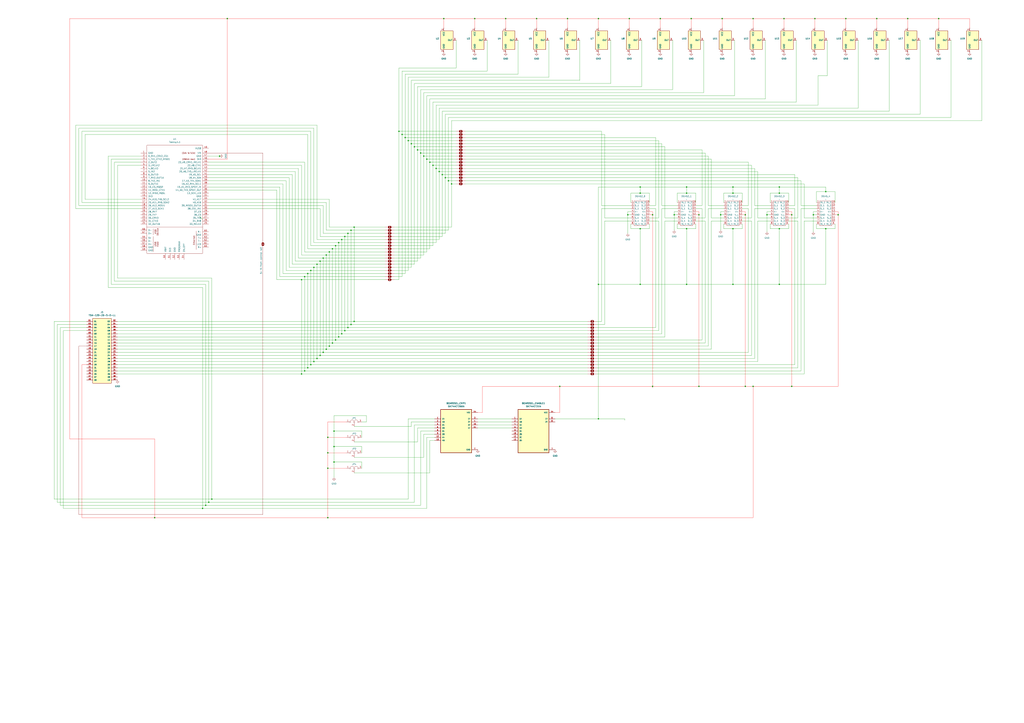
<source format=kicad_sch>
(kicad_sch (version 20231120) (generator "eeschema") (generator_version "8.0")
  (paper "A1")
  (junction (at 491.49 15.24))
  (junction (at 257.81 297.18))
  (junction (at 270.51 284.48))
  (junction (at 269.24 425.45))
  (junction (at 720.09 15.24))
  (junction (at 252.73 302.26))
  (junction (at 574.04 176.53))
  (junction (at 678.18 187.96))
  (junction (at 166.37 417.83))
  (junction (at 290.83 186.69))
  (junction (at 267.97 209.55))
  (junction (at 525.78 153.67))
  (junction (at 368.3 148.59))
  (junction (at 255.27 299.72))
  (junction (at 275.59 279.4))
  (junction (at 525.78 233.68))
  (junction (at 415.29 15.24))
  (junction (at 345.44 125.73))
  (junction (at 491.49 344.17))
  (junction (at 466.09 15.24))
  (junction (at 535.94 317.5))
  (junction (at 285.75 269.24))
  (junction (at 650.24 176.53))
  (junction (at 688.34 176.53))
  (junction (at 274.32 379.73))
  (junction (at 669.29 15.24))
  (junction (at 612.14 176.53))
  (junction (at 601.98 233.68))
  (junction (at 593.09 15.24))
  (junction (at 515.62 176.53))
  (junction (at 278.13 199.39))
  (junction (at 364.49 15.24))
  (junction (at 267.97 287.02))
  (junction (at 278.13 276.86))
  (junction (at 342.9 123.19))
  (junction (at 643.89 15.24))
  (junction (at 260.35 294.64))
  (junction (at 355.6 135.89))
  (junction (at 770.89 15.24))
  (junction (at 273.05 204.47))
  (junction (at 327.66 107.95))
  (junction (at 269.24 359.41))
  (junction (at 640.08 233.68))
  (junction (at 612.14 317.5))
  (junction (at 269.24 372.11))
  (junction (at 459.74 317.5))
  (junction (at 173.99 410.21))
  (junction (at 694.69 15.24))
  (junction (at 335.28 115.57))
  (junction (at 269.24 384.81))
  (junction (at 601.98 158.75))
  (junction (at 280.67 196.85))
  (junction (at 563.88 187.96))
  (junction (at 262.89 214.63))
  (junction (at 171.45 412.75))
  (junction (at 288.29 189.23))
  (junction (at 525.78 187.96))
  (junction (at 274.32 367.03))
  (junction (at 389.89 15.24))
  (junction (at 542.29 15.24))
  (junction (at 668.02 176.53))
  (junction (at 340.36 120.65))
  (junction (at 745.49 15.24))
  (junction (at 563.88 158.75))
  (junction (at 350.52 130.81))
  (junction (at 330.2 110.49))
  (junction (at 247.65 307.34))
  (junction (at 516.89 15.24))
  (junction (at 640.08 158.75))
  (junction (at 250.19 227.33))
  (junction (at 257.81 219.71))
  (junction (at 252.73 224.79))
  (junction (at 347.98 128.27))
  (junction (at 358.14 138.43))
  (junction (at 525.78 158.75))
  (junction (at 563.88 233.68))
  (junction (at 285.75 191.77))
  (junction (at 591.82 176.53))
  (junction (at 180.34 128.27))
  (junction (at 574.04 317.5))
  (junction (at 629.92 176.53))
  (junction (at 270.51 207.01))
  (junction (at 563.88 153.67))
  (junction (at 353.06 133.35))
  (junction (at 255.27 222.25))
  (junction (at 250.19 304.8))
  (junction (at 260.35 217.17))
  (junction (at 283.21 271.78))
  (junction (at 365.76 146.05))
  (junction (at 618.49 317.5))
  (junction (at 535.94 176.53))
  (junction (at 640.08 187.96))
  (junction (at 618.49 15.24))
  (junction (at 273.05 281.94))
  (junction (at 275.59 201.93))
  (junction (at 283.21 194.31))
  (junction (at 186.69 15.24))
  (junction (at 370.84 151.13))
  (junction (at 650.24 317.5))
  (junction (at 280.67 274.32))
  (junction (at 601.98 153.67))
  (junction (at 360.68 140.97))
  (junction (at 337.82 118.11))
  (junction (at 262.89 292.1))
  (junction (at 265.43 212.09))
  (junction (at 127 425.45))
  (junction (at 288.29 266.7))
  (junction (at 491.49 233.68))
  (junction (at 363.22 143.51))
  (junction (at 265.43 289.56))
  (junction (at 274.32 354.33))
  (junction (at 601.98 187.96))
  (junction (at 247.65 229.87))
  (junction (at 332.74 113.03))
  (junction (at 640.08 153.67))
  (junction (at 678.18 157.48))
  (junction (at 290.83 264.16))
  (junction (at 168.91 415.29))
  (junction (at 440.69 15.24))
  (junction (at 553.72 176.53))
  (junction (at 567.69 15.24))
  (bus_entry (at 163.83 177.8) (size 2.54 2.54))
  (wire (pts (xy 629.92 173.99) (xy 629.92 176.53)))
  (wire (pts (xy 657.86 168.91) (xy 657.86 148.59)))
  (wire (pts (xy 290.83 264.16) (xy 482.6 264.16)))
  (wire (pts (xy 535.94 318.77) (xy 535.94 317.5)) (stroke (width 0) (color 255 0 0 1)))
  (wire (pts (xy 450.85 63.5) (xy 450.85 33.02)))
  (wire (pts (xy 280.67 274.32) (xy 482.6 274.32)))
  (wire (pts (xy 337.82 66.04) (xy 476.25 66.04)))
  (wire (pts (xy 612.14 173.99) (xy 609.6 173.99)) (stroke (width 0) (color 255 0 0 1)))
  (wire (pts (xy 260.35 102.87) (xy 260.35 196.85)))
  (wire (pts (xy 171.45 148.59) (xy 234.95 148.59)))
  (wire (pts (xy 668.02 173.99) (xy 668.02 176.53)))
  (wire (pts (xy 340.36 120.65) (xy 340.36 68.58)))
  (wire (pts (xy 242.57 214.63) (xy 262.89 214.63)))
  (wire (pts (xy 392.43 344.17) (xy 420.37 344.17)))
  (wire (pts (xy 688.34 317.5) (xy 688.34 176.53)) (stroke (width 0) (color 255 0 0 1)))
  (wire (pts (xy 257.81 219.71) (xy 316.23 219.71)))
  (wire (pts (xy 533.4 168.91) (xy 538.48 168.91)))
  (wire (pts (xy 323.85 191.77) (xy 365.76 191.77)))
  (wire (pts (xy 127 425.45) (xy 127 360.68)) (stroke (width 0) (color 255 0 0 1)))
  (wire (pts (xy 260.35 294.64) (xy 482.6 294.64)))
  (wire (pts (xy 617.22 181.61) (xy 617.22 292.1)))
  (wire (pts (xy 363.22 91.44) (xy 730.25 91.44)))
  (wire (pts (xy 601.98 187.96) (xy 609.6 187.96)))
  (wire (pts (xy 323.85 224.79) (xy 332.74 224.79)))
  (wire (pts (xy 538.48 168.91) (xy 538.48 113.03)))
  (wire (pts (xy 535.94 173.99) (xy 535.94 176.53)) (stroke (width 0) (color 255 0 0 1)))
  (wire (pts (xy 171.45 153.67) (xy 229.87 153.67)))
  (wire (pts (xy 96.52 281.94) (xy 273.05 281.94)))
  (wire (pts (xy 335.28 63.5) (xy 450.85 63.5)))
  (wire (pts (xy 382.27 110.49) (xy 496.57 110.49)))
  (wire (pts (xy 629.92 176.53) (xy 632.46 176.53)))
  (wire (pts (xy 229.87 227.33) (xy 250.19 227.33)))
  (wire (pts (xy 115.57 133.35) (xy 93.98 133.35)))
  (wire (pts (xy 260.35 196.85) (xy 280.67 196.85)))
  (wire (pts (xy 425.45 60.96) (xy 425.45 33.02)))
  (wire (pts (xy 232.41 224.79) (xy 252.73 224.79)))
  (wire (pts (xy 628.65 33.02) (xy 628.65 81.28)))
  (wire (pts (xy 64.77 168.91) (xy 115.57 168.91)))
  (wire (pts (xy 96.52 274.32) (xy 280.67 274.32)))
  (wire (pts (xy 57.15 15.24) (xy 186.69 15.24)) (stroke (width 0) (color 255 0 0 1)))
  (wire (pts (xy 490.22 294.64) (xy 619.76 294.64)))
  (wire (pts (xy 670.56 179.07) (xy 660.4 179.07)))
  (wire (pts (xy 720.09 15.24) (xy 745.49 15.24)) (stroke (width 0) (color 255 0 0 1)))
  (wire (pts (xy 171.45 231.14) (xy 171.45 412.75)))
  (wire (pts (xy 415.29 15.24) (xy 440.69 15.24)) (stroke (width 0) (color 255 0 0 1)))
  (wire (pts (xy 382.27 107.95) (xy 494.03 107.95)))
  (wire (pts (xy 234.95 222.25) (xy 255.27 222.25)))
  (wire (pts (xy 612.14 317.5) (xy 612.14 176.53)) (stroke (width 0) (color 255 0 0 1)))
  (wire (pts (xy 330.2 58.42) (xy 400.05 58.42)))
  (wire (pts (xy 368.3 96.52) (xy 781.05 96.52)))
  (wire (pts (xy 350.52 417.83) (xy 350.52 359.41)))
  (wire (pts (xy 374.65 143.51) (xy 363.22 143.51)))
  (wire (pts (xy 323.85 214.63) (xy 342.9 214.63)))
  (wire (pts (xy 632.46 158.75) (xy 640.08 158.75)))
  (wire (pts (xy 490.22 307.34) (xy 660.4 307.34)))
  (wire (pts (xy 374.65 130.81) (xy 350.52 130.81)))
  (wire (pts (xy 353.06 388.62) (xy 353.06 361.95)))
  (wire (pts (xy 345.44 212.09) (xy 345.44 125.73)))
  (wire (pts (xy 290.83 186.69) (xy 316.23 186.69)))
  (wire (pts (xy 297.18 354.33) (xy 274.32 354.33)))
  (wire (pts (xy 265.43 212.09) (xy 265.43 289.56)))
  (wire (pts (xy 269.24 372.11) (xy 284.48 372.11)) (stroke (width 0) (color 255 0 0 1)))
  (wire (pts (xy 270.51 284.48) (xy 482.6 284.48)))
  (wire (pts (xy 49.53 269.24) (xy 71.12 269.24)))
  (wire (pts (xy 52.07 417.83) (xy 52.07 271.78)))
  (wire (pts (xy 323.85 229.87) (xy 327.66 229.87)))
  (wire (pts (xy 327.66 55.88) (xy 374.65 55.88)))
  (wire (pts (xy 556.26 187.96) (xy 563.88 187.96)))
  (wire (pts (xy 685.8 176.53) (xy 688.34 176.53)) (stroke (width 0) (color 255 0 0 1)))
  (wire (pts (xy 374.65 128.27) (xy 347.98 128.27)))
  (wire (pts (xy 576.58 168.91) (xy 576.58 123.19)))
  (wire (pts (xy 323.85 207.01) (xy 350.52 207.01)))
  (wire (pts (xy 556.26 166.37) (xy 556.26 158.75)))
  (wire (pts (xy 227.33 156.21) (xy 227.33 229.87)))
  (wire (pts (xy 650.24 317.5) (xy 650.24 176.53)) (stroke (width 0) (color 255 0 0 1)))
  (wire (pts (xy 262.89 214.63) (xy 316.23 214.63)))
  (wire (pts (xy 618.49 317.5) (xy 650.24 317.5)) (stroke (width 0) (color 255 0 0 1)))
  (wire (pts (xy 382.27 146.05) (xy 655.32 146.05)))
  (wire (pts (xy 574.04 173.99) (xy 574.04 176.53)) (stroke (width 0) (color 255 0 0 1)))
  (wire (pts (xy 255.27 299.72) (xy 482.6 299.72)))
  (wire (pts (xy 330.2 227.33) (xy 330.2 110.49)))
  (wire (pts (xy 513.08 345.44) (xy 513.08 344.17)))
  (wire (pts (xy 657.86 171.45) (xy 657.86 304.8)))
  (wire (pts (xy 533.4 181.61) (xy 541.02 181.61)))
  (wire (pts (xy 323.85 212.09) (xy 345.44 212.09)))
  (wire (pts (xy 257.81 297.18) (xy 482.6 297.18)))
  (wire (pts (xy 396.24 339.09) (xy 392.43 339.09)) (stroke (width 0) (color 255 0 0 1)))
  (wire (pts (xy 247.65 209.55) (xy 267.97 209.55)))
  (wire (pts (xy 496.57 181.61) (xy 496.57 266.7)))
  (wire (pts (xy 567.69 15.24) (xy 593.09 15.24)) (stroke (width 0) (color 255 0 0 1)))
  (wire (pts (xy 781.05 33.02) (xy 781.05 96.52)))
  (wire (pts (xy 571.5 187.96) (xy 571.5 184.15)))
  (wire (pts (xy 542.29 15.24) (xy 542.29 22.86)) (stroke (width 0) (color 255 0 0 1)))
  (wire (pts (xy 640.08 187.96) (xy 640.08 233.68)))
  (wire (pts (xy 374.65 113.03) (xy 332.74 113.03)))
  (wire (pts (xy 257.81 105.41) (xy 64.77 105.41)))
  (wire (pts (xy 669.29 15.24) (xy 694.69 15.24)) (stroke (width 0) (color 255 0 0 1)))
  (wire (pts (xy 382.27 113.03) (xy 538.48 113.03)))
  (wire (pts (xy 355.6 83.82) (xy 654.05 83.82)))
  (wire (pts (xy 603.25 33.02) (xy 603.25 78.74)))
  (wire (pts (xy 237.49 146.05) (xy 237.49 219.71)))
  (wire (pts (xy 350.52 130.81) (xy 350.52 78.74)))
  (wire (pts (xy 350.52 207.01) (xy 350.52 130.81)))
  (wire (pts (xy 337.82 346.71) (xy 356.87 346.71)))
  (wire (pts (xy 670.56 173.99) (xy 668.02 173.99)))
  (wire (pts (xy 490.22 279.4) (xy 576.58 279.4)))
  (wire (pts (xy 389.89 15.24) (xy 389.89 22.86)) (stroke (width 0) (color 255 0 0 1)))
  (wire (pts (xy 257.81 199.39) (xy 278.13 199.39)))
  (wire (pts (xy 340.36 349.25) (xy 356.87 349.25)))
  (wire (pts (xy 96.52 297.18) (xy 257.81 297.18)))
  (wire (pts (xy 323.85 227.33) (xy 330.2 227.33)))
  (wire (pts (xy 647.7 179.07) (xy 655.32 179.07)))
  (wire (pts (xy 337.82 219.71) (xy 337.82 118.11)))
  (wire (pts (xy 257.81 105.41) (xy 257.81 199.39)))
  (wire (pts (xy 173.99 228.6) (xy 173.99 410.21)))
  (wire (pts (xy 490.22 269.24) (xy 538.48 269.24)))
  (wire (pts (xy 186.69 130.81) (xy 171.45 130.81)) (stroke (width 0) (color 255 0 0 1)))
  (wire (pts (xy 374.65 118.11) (xy 337.82 118.11)))
  (wire (pts (xy 490.22 264.16) (xy 494.03 264.16)))
  (wire (pts (xy 96.52 289.56) (xy 265.43 289.56)))
  (wire (pts (xy 720.09 15.24) (xy 720.09 22.86)) (stroke (width 0) (color 255 0 0 1)))
  (wire (pts (xy 668.02 176.53) (xy 670.56 176.53)))
  (wire (pts (xy 323.85 209.55) (xy 347.98 209.55)))
  (wire (pts (xy 660.4 151.13) (xy 660.4 179.07)))
  (wire (pts (xy 166.37 236.22) (xy 166.37 417.83)))
  (wire (pts (xy 44.45 410.21) (xy 44.45 264.16)))
  (wire (pts (xy 255.27 107.95) (xy 255.27 201.93)))
  (wire (pts (xy 335.28 344.17) (xy 356.87 344.17)))
  (wire (pts (xy 269.24 359.41) (xy 269.24 372.11)) (stroke (width 0) (color 255 0 0 1)))
  (wire (pts (xy 96.52 135.89) (xy 96.52 228.6)))
  (wire (pts (xy 274.32 341.63) (xy 274.32 354.33)))
  (wire (pts (xy 622.3 181.61) (xy 622.3 297.18)))
  (wire (pts (xy 275.59 201.93) (xy 275.59 279.4)))
  (wire (pts (xy 290.83 363.22) (xy 342.9 363.22)))
  (wire (pts (xy 455.93 339.09) (xy 459.74 339.09)) (stroke (width 0) (color 255 0 0 1)))
  (wire (pts (xy 358.14 138.43) (xy 358.14 86.36)))
  (wire (pts (xy 267.97 209.55) (xy 267.97 287.02)))
  (wire (pts (xy 255.27 107.95) (xy 67.31 107.95)))
  (wire (pts (xy 229.87 153.67) (xy 229.87 227.33)))
  (wire (pts (xy 490.22 289.56) (xy 614.68 289.56)))
  (wire (pts (xy 345.44 125.73) (xy 345.44 73.66)))
  (wire (pts (xy 250.19 227.33) (xy 250.19 304.8)))
  (wire (pts (xy 571.5 176.53) (xy 574.04 176.53)) (stroke (width 0) (color 255 0 0 1)))
  (wire (pts (xy 670.56 181.61) (xy 660.4 181.61)))
  (wire (pts (xy 632.46 184.15) (xy 632.46 187.96)))
  (wire (pts (xy 273.05 204.47) (xy 316.23 204.47)))
  (wire (pts (xy 245.11 138.43) (xy 245.11 212.09)))
  (wire (pts (xy 374.65 107.95) (xy 327.66 107.95)))
  (wire (pts (xy 556.26 173.99) (xy 553.72 173.99)))
  (wire (pts (xy 115.57 128.27) (xy 88.9 128.27)))
  (wire (pts (xy 618.49 15.24) (xy 643.89 15.24)) (stroke (width 0) (color 255 0 0 1)))
  (wire (pts (xy 501.65 33.02) (xy 501.65 68.58)))
  (wire (pts (xy 335.28 344.17) (xy 335.28 410.21)))
  (wire (pts (xy 64.77 284.48) (xy 71.12 284.48)) (stroke (width 0) (color 132 0 0 1)))
  (wire (pts (xy 668.02 176.53) (xy 668.02 190.5)))
  (wire (pts (xy 770.89 15.24) (xy 770.89 22.86)) (stroke (width 0) (color 255 0 0 1)))
  (wire (pts (xy 171.45 146.05) (xy 237.49 146.05)))
  (wire (pts (xy 643.89 15.24) (xy 669.29 15.24)) (stroke (width 0) (color 255 0 0 1)))
  (wire (pts (xy 556.26 171.45) (xy 543.56 171.45)))
  (wire (pts (xy 688.34 173.99) (xy 688.34 176.53)) (stroke (width 0) (color 255 0 0 1)))
  (wire (pts (xy 370.84 99.06) (xy 806.45 99.06)))
  (wire (pts (xy 171.45 171.45) (xy 262.89 171.45)))
  (wire (pts (xy 538.48 171.45) (xy 538.48 269.24)))
  (wire (pts (xy 490.22 299.72) (xy 652.78 299.72)))
  (wire (pts (xy 171.45 412.75) (xy 340.36 412.75)))
  (wire (pts (xy 678.18 187.96) (xy 685.8 187.96)))
  (wire (pts (xy 297.18 379.73) (xy 274.32 379.73)))
  (wire (pts (xy 52.07 417.83) (xy 166.37 417.83)))
  (wire (pts (xy 382.27 125.73) (xy 579.12 125.73)))
  (wire (pts (xy 392.43 346.71) (xy 420.37 346.71)))
  (wire (pts (xy 579.12 179.07) (xy 579.12 125.73)))
  (wire (pts (xy 491.49 15.24) (xy 516.89 15.24)) (stroke (width 0) (color 255 0 0 1)))
  (wire (pts (xy 265.43 191.77) (xy 285.75 191.77)))
  (wire (pts (xy 612.14 173.99) (xy 612.14 176.53)) (stroke (width 0) (color 255 0 0 1)))
  (wire (pts (xy 650.24 173.99) (xy 647.7 173.99)) (stroke (width 0) (color 255 0 0 1)))
  (wire (pts (xy 591.82 173.99) (xy 591.82 176.53)))
  (wire (pts (xy 323.85 217.17) (xy 340.36 217.17)))
  (wire (pts (xy 255.27 222.25) (xy 255.27 299.72)))
  (wire (pts (xy 525.78 187.96) (xy 525.78 233.68)))
  (wire (pts (xy 171.45 143.51) (xy 240.03 143.51)))
  (wire (pts (xy 670.56 187.96) (xy 678.18 187.96)))
  (wire (pts (xy 594.36 166.37) (xy 594.36 158.75)))
  (wire (pts (xy 365.76 146.05) (xy 365.76 93.98)))
  (wire (pts (xy 392.43 351.79) (xy 420.37 351.79)))
  (wire (pts (xy 400.05 58.42) (xy 400.05 33.02)))
  (wire (pts (xy 342.9 363.22) (xy 342.9 351.79)))
  (wire (pts (xy 541.02 179.07) (xy 541.02 115.57)))
  (wire (pts (xy 640.08 153.67) (xy 678.18 153.67)))
  (wire (pts (xy 640.08 233.68) (xy 678.18 233.68)))
  (wire (pts (xy 347.98 375.92) (xy 347.98 356.87)))
  (wire (pts (xy 275.59 201.93) (xy 316.23 201.93)))
  (wire (pts (xy 619.76 168.91) (xy 619.76 138.43)))
  (wire (pts (xy 518.16 184.15) (xy 518.16 187.96)))
  (wire (pts (xy 323.85 201.93) (xy 355.6 201.93)))
  (wire (pts (xy 52.07 271.78) (xy 71.12 271.78)))
  (wire (pts (xy 171.45 135.89) (xy 247.65 135.89)))
  (wire (pts (xy 340.36 217.17) (xy 340.36 120.65)))
  (wire (pts (xy 392.43 349.25) (xy 420.37 349.25)))
  (wire (pts (xy 267.97 166.37) (xy 267.97 189.23)))
  (wire (pts (xy 269.24 346.71) (xy 269.24 359.41)) (stroke (width 0) (color 255 0 0 1)))
  (wire (pts (xy 491.49 344.17) (xy 513.08 344.17)))
  (wire (pts (xy 490.22 284.48) (xy 581.66 284.48)))
  (wire (pts (xy 563.88 187.96) (xy 571.5 187.96)))
  (wire (pts (xy 96.52 279.4) (xy 275.59 279.4)))
  (wire (pts (xy 69.85 163.83) (xy 115.57 163.83)))
  (wire (pts (xy 335.28 222.25) (xy 335.28 115.57)))
  (wire (pts (xy 574.04 317.5) (xy 574.04 176.53)) (stroke (width 0) (color 255 0 0 1)))
  (wire (pts (xy 127 360.68) (xy 57.15 360.68)) (stroke (width 0) (color 255 0 0 1)))
  (wire (pts (xy 525.78 158.75) (xy 533.4 158.75)))
  (wire (pts (xy 525.78 153.67) (xy 525.78 158.75)))
  (wire (pts (xy 283.21 194.31) (xy 283.21 271.78)))
  (wire (pts (xy 252.73 302.26) (xy 482.6 302.26)))
  (wire (pts (xy 542.29 15.24) (xy 567.69 15.24)) (stroke (width 0) (color 255 0 0 1)))
  (wire (pts (xy 516.89 15.24) (xy 542.29 15.24)) (stroke (width 0) (color 255 0 0 1)))
  (wire (pts (xy 332.74 113.03) (xy 332.74 60.96)))
  (wire (pts (xy 355.6 201.93) (xy 355.6 135.89)))
  (wire (pts (xy 96.52 269.24) (xy 285.75 269.24)))
  (wire (pts (xy 335.28 115.57) (xy 335.28 63.5)))
  (wire (pts (xy 518.16 187.96) (xy 525.78 187.96)))
  (wire (pts (xy 490.22 281.94) (xy 579.12 281.94)))
  (wire (pts (xy 563.88 187.96) (xy 563.88 233.68)))
  (wire (pts (xy 574.04 173.99) (xy 571.5 173.99)) (stroke (width 0) (color 255 0 0 1)))
  (wire (pts (xy 670.56 171.45) (xy 657.86 171.45)))
  (wire (pts (xy 612.14 317.5) (xy 618.49 317.5)) (stroke (width 0) (color 255 0 0 1)))
  (wire (pts (xy 525.78 233.68) (xy 563.88 233.68)))
  (wire (pts (xy 300.99 341.63) (xy 300.99 346.71)))
  (wire (pts (xy 490.22 276.86) (xy 546.1 276.86)))
  (wire (pts (xy 370.84 151.13) (xy 370.84 99.06)))
  (wire (pts (xy 525.78 187.96) (xy 533.4 187.96)))
  (wire (pts (xy 288.29 189.23) (xy 316.23 189.23)))
  (wire (pts (xy 466.09 15.24) (xy 466.09 22.86)) (stroke (width 0) (color 255 0 0 1)))
  (wire (pts (xy 360.68 196.85) (xy 360.68 140.97)))
  (wire (pts (xy 323.85 189.23) (xy 368.3 189.23)))
  (wire (pts (xy 533.4 173.99) (xy 535.94 173.99)) (stroke (width 0) (color 255 0 0 1)))
  (wire (pts (xy 368.3 189.23) (xy 368.3 148.59)))
  (wire (pts (xy 273.05 281.94) (xy 482.6 281.94)))
  (wire (pts (xy 593.09 15.24) (xy 593.09 22.86)) (stroke (width 0) (color 255 0 0 1)))
  (wire (pts (xy 260.35 217.17) (xy 316.23 217.17)))
  (wire (pts (xy 614.68 171.45) (xy 614.68 289.56)))
  (wire (pts (xy 168.91 415.29) (xy 345.44 415.29)))
  (wire (pts (xy 234.95 148.59) (xy 234.95 222.25)))
  (wire (pts (xy 374.65 135.89) (xy 355.6 135.89)))
  (wire (pts (xy 255.27 222.25) (xy 316.23 222.25)))
  (wire (pts (xy 323.85 196.85) (xy 360.68 196.85)))
  (wire (pts (xy 490.22 292.1) (xy 617.22 292.1)))
  (wire (pts (xy 533.4 171.45) (xy 538.48 171.45)))
  (wire (pts (xy 368.3 148.59) (xy 368.3 96.52)))
  (wire (pts (xy 275.59 279.4) (xy 482.6 279.4)))
  (wire (pts (xy 345.44 73.66) (xy 552.45 73.66)))
  (wire (pts (xy 374.65 133.35) (xy 353.06 133.35)))
  (wire (pts (xy 632.46 173.99) (xy 629.92 173.99)))
  (wire (pts (xy 584.2 179.07) (xy 584.2 130.81)))
  (wire (pts (xy 491.49 153.67) (xy 525.78 153.67)))
  (wire (pts (xy 533.4 176.53) (xy 535.94 176.53)) (stroke (width 0) (color 255 0 0 1)))
  (wire (pts (xy 571.5 158.75) (xy 571.5 166.37)))
  (wire (pts (xy 601.98 153.67) (xy 640.08 153.67)))
  (wire (pts (xy 290.83 186.69) (xy 290.83 264.16)))
  (wire (pts (xy 643.89 15.24) (xy 643.89 22.86)) (stroke (width 0) (color 255 0 0 1)))
  (wire (pts (xy 297.18 379.73) (xy 297.18 384.81)))
  (wire (pts (xy 360.68 88.9) (xy 704.85 88.9)))
  (wire (pts (xy 543.56 171.45) (xy 543.56 274.32)))
  (wire (pts (xy 215.9 204.47) (xy 215.9 422.91)) (stroke (width 0) (color 132 0 0 1)))
  (wire (pts (xy 332.74 60.96) (xy 425.45 60.96)))
  (wire (pts (xy 96.52 307.34) (xy 247.65 307.34)))
  (wire (pts (xy 358.14 86.36) (xy 671.83 86.36)))
  (wire (pts (xy 262.89 214.63) (xy 262.89 292.1)))
  (wire (pts (xy 115.57 130.81) (xy 91.44 130.81)))
  (wire (pts (xy 796.29 15.24) (xy 796.29 22.86)) (stroke (width 0) (color 255 0 0 1)))
  (wire (pts (xy 347.98 209.55) (xy 347.98 128.27)))
  (wire (pts (xy 629.92 176.53) (xy 629.92 190.5)))
  (wire (pts (xy 556.26 158.75) (xy 563.88 158.75)))
  (wire (pts (xy 594.36 158.75) (xy 601.98 158.75)))
  (wire (pts (xy 171.45 151.13) (xy 232.41 151.13)))
  (wire (pts (xy 640.08 187.96) (xy 647.7 187.96)))
  (wire (pts (xy 490.22 304.8) (xy 657.86 304.8)))
  (wire (pts (xy 382.27 148.59) (xy 657.86 148.59)))
  (wire (pts (xy 382.27 118.11) (xy 543.56 118.11)))
  (wire (pts (xy 252.73 204.47) (xy 273.05 204.47)))
  (wire (pts (xy 670.56 184.15) (xy 670.56 187.96)))
  (wire (pts (xy 374.65 115.57) (xy 335.28 115.57)))
  (wire (pts (xy 655.32 181.61) (xy 655.32 302.26)))
  (wire (pts (xy 515.62 173.99) (xy 515.62 176.53)))
  (wire (pts (xy 546.1 179.07) (xy 546.1 120.65)))
  (wire (pts (xy 269.24 346.71) (xy 284.48 346.71)) (stroke (width 0) (color 255 0 0 1)))
  (wire (pts (xy 571.5 171.45) (xy 576.58 171.45)))
  (wire (pts (xy 270.51 207.01) (xy 270.51 284.48)))
  (wire (pts (xy 632.46 171.45) (xy 619.76 171.45)))
  (wire (pts (xy 290.83 375.92) (xy 347.98 375.92)))
  (wire (pts (xy 671.83 62.23) (xy 671.83 86.36)))
  (wire (pts (xy 617.22 179.07) (xy 617.22 135.89)))
  (wire (pts (xy 265.43 212.09) (xy 316.23 212.09)))
  (wire (pts (xy 609.6 184.15) (xy 609.6 187.96)))
  (wire (pts (xy 283.21 194.31) (xy 316.23 194.31)))
  (wire (pts (xy 670.56 166.37) (xy 670.56 157.48)))
  (wire (pts (xy 496.57 179.07) (xy 496.57 110.49)))
  (wire (pts (xy 618.49 15.24) (xy 618.49 22.86)) (stroke (width 0) (color 255 0 0 1)))
  (wire (pts (xy 327.66 229.87) (xy 327.66 107.95)))
  (wire (pts (xy 46.99 412.75) (xy 171.45 412.75)))
  (wire (pts (xy 535.94 176.53) (xy 535.94 317.5)) (stroke (width 0) (color 255 0 0 1)))
  (wire (pts (xy 525.78 153.67) (xy 563.88 153.67)))
  (wire (pts (xy 300.99 346.71) (xy 297.18 346.71)))
  (wire (pts (xy 556.26 181.61) (xy 546.1 181.61)))
  (wire (pts (xy 350.52 359.41) (xy 356.87 359.41)))
  (wire (pts (xy 516.89 15.24) (xy 516.89 22.86)) (stroke (width 0) (color 255 0 0 1)))
  (wire (pts (xy 252.73 110.49) (xy 69.85 110.49)))
  (wire (pts (xy 91.44 233.68) (xy 168.91 233.68)))
  (wire (pts (xy 632.46 179.07) (xy 622.3 179.07)))
  (wire (pts (xy 96.52 284.48) (xy 270.51 284.48)))
  (wire (pts (xy 609.6 181.61) (xy 617.22 181.61)))
  (wire (pts (xy 88.9 128.27) (xy 88.9 236.22)))
  (wire (pts (xy 374.65 120.65) (xy 340.36 120.65)))
  (wire (pts (xy 252.73 110.49) (xy 252.73 204.47)))
  (wire (pts (xy 546.1 181.61) (xy 546.1 276.86)))
  (wire (pts (xy 342.9 71.12) (xy 527.05 71.12)))
  (wire (pts (xy 647.7 168.91) (xy 652.78 168.91)))
  (wire (pts (xy 171.45 128.27) (xy 180.34 128.27)))
  (wire (pts (xy 288.29 266.7) (xy 482.6 266.7)))
  (wire (pts (xy 64.77 422.91) (xy 215.9 422.91)) (stroke (width 0) (color 132 0 0 1)))
  (wire (pts (xy 374.65 148.59) (xy 368.3 148.59)))
  (wire (pts (xy 459.74 317.5) (xy 396.24 317.5)) (stroke (width 0) (color 255 0 0 1)))
  (wire (pts (xy 46.99 412.75) (xy 46.99 266.7)))
  (wire (pts (xy 171.45 133.35) (xy 250.19 133.35)))
  (wire (pts (xy 515.62 176.53) (xy 518.16 176.53)))
  (wire (pts (xy 567.69 15.24) (xy 567.69 22.86)) (stroke (width 0) (color 255 0 0 1)))
  (wire (pts (xy 518.16 171.45) (xy 494.03 171.45)))
  (wire (pts (xy 340.36 68.58) (xy 501.65 68.58)))
  (wire (pts (xy 93.98 231.14) (xy 171.45 231.14)))
  (wire (pts (xy 374.65 138.43) (xy 358.14 138.43)))
  (wire (pts (xy 323.85 199.39) (xy 358.14 199.39)))
  (wire (pts (xy 350.52 78.74) (xy 603.25 78.74)))
  (wire (pts (xy 270.51 186.69) (xy 290.83 186.69)))
  (wire (pts (xy 96.52 287.02) (xy 267.97 287.02)))
  (wire (pts (xy 250.19 227.33) (xy 316.23 227.33)))
  (wire (pts (xy 240.03 217.17) (xy 260.35 217.17)))
  (wire (pts (xy 647.7 171.45) (xy 652.78 171.45)))
  (wire (pts (xy 245.11 212.09) (xy 265.43 212.09)))
  (wire (pts (xy 330.2 110.49) (xy 330.2 58.42)))
  (wire (pts (xy 96.52 271.78) (xy 283.21 271.78)))
  (wire (pts (xy 553.72 176.53) (xy 556.26 176.53)))
  (wire (pts (xy 440.69 15.24) (xy 466.09 15.24)) (stroke (width 0) (color 255 0 0 1)))
  (wire (pts (xy 171.45 166.37) (xy 267.97 166.37)))
  (wire (pts (xy 297.18 367.03) (xy 297.18 372.11)))
  (wire (pts (xy 614.68 168.91) (xy 614.68 133.35)))
  (wire (pts (xy 96.52 299.72) (xy 255.27 299.72)))
  (wire (pts (xy 168.91 233.68) (xy 168.91 415.29)))
  (wire (pts (xy 755.65 33.02) (xy 755.65 93.98)))
  (wire (pts (xy 345.44 354.33) (xy 345.44 415.29)))
  (wire (pts (xy 571.5 179.07) (xy 579.12 179.07)))
  (wire (pts (xy 382.27 120.65) (xy 546.1 120.65)))
  (wire (pts (xy 171.45 156.21) (xy 227.33 156.21)))
  (wire (pts (xy 262.89 171.45) (xy 262.89 194.31)))
  (wire (pts (xy 374.65 55.88) (xy 374.65 33.02)))
  (wire (pts (xy 601.98 158.75) (xy 609.6 158.75)))
  (wire (pts (xy 632.46 187.96) (xy 640.08 187.96)))
  (wire (pts (xy 227.33 229.87) (xy 247.65 229.87)))
  (wire (pts (xy 688.34 173.99) (xy 685.8 173.99)) (stroke (width 0) (color 255 0 0 1)))
  (wire (pts (xy 647.7 158.75) (xy 647.7 166.37)))
  (wire (pts (xy 591.82 176.53) (xy 591.82 189.23)))
  (wire (pts (xy 670.56 168.91) (xy 657.86 168.91)))
  (wire (pts (xy 491.49 15.24) (xy 491.49 22.86)) (stroke (width 0) (color 255 0 0 1)))
  (wire (pts (xy 46.99 266.7) (xy 71.12 266.7)))
  (wire (pts (xy 242.57 140.97) (xy 242.57 214.63)))
  (wire (pts (xy 91.44 130.81) (xy 91.44 233.68)))
  (wire (pts (xy 594.36 184.15) (xy 594.36 187.96)))
  (wire (pts (xy 323.85 222.25) (xy 335.28 222.25)))
  (wire (pts (xy 518.16 173.99) (xy 515.62 173.99)))
  (wire (pts (xy 171.45 140.97) (xy 242.57 140.97)))
  (wire (pts (xy 285.75 191.77) (xy 285.75 269.24)))
  (wire (pts (xy 374.65 123.19) (xy 342.9 123.19)))
  (wire (pts (xy 347.98 76.2) (xy 577.85 76.2)))
  (wire (pts (xy 382.27 151.13) (xy 660.4 151.13)))
  (wire (pts (xy 374.65 110.49) (xy 330.2 110.49)))
  (wire (pts (xy 694.69 15.24) (xy 694.69 22.86)) (stroke (width 0) (color 255 0 0 1)))
  (wire (pts (xy 342.9 351.79) (xy 356.87 351.79)))
  (wire (pts (xy 382.27 130.81) (xy 584.2 130.81)))
  (wire (pts (xy 374.65 125.73) (xy 345.44 125.73)))
  (wire (pts (xy 678.18 157.48) (xy 685.8 157.48)))
  (wire (pts (xy 323.85 219.71) (xy 337.82 219.71)))
  (wire (pts (xy 571.5 181.61) (xy 579.12 181.61)))
  (wire (pts (xy 581.66 168.91) (xy 581.66 128.27)))
  (wire (pts (xy 365.76 93.98) (xy 755.65 93.98)))
  (wire (pts (xy 647.7 176.53) (xy 650.24 176.53)) (stroke (width 0) (color 255 0 0 1)))
  (wire (pts (xy 180.34 128.27) (xy 180.34 129.54)))
  (wire (pts (xy 49.53 415.29) (xy 168.91 415.29)))
  (wire (pts (xy 290.83 388.62) (xy 353.06 388.62)))
  (wire (pts (xy 640.08 158.75) (xy 647.7 158.75)))
  (wire (pts (xy 247.65 229.87) (xy 316.23 229.87)))
  (wire (pts (xy 494.03 168.91) (xy 494.03 107.95)))
  (wire (pts (xy 601.98 153.67) (xy 601.98 158.75)))
  (wire (pts (xy 237.49 219.71) (xy 257.81 219.71)))
  (wire (pts (xy 533.4 179.07) (xy 541.02 179.07)))
  (wire (pts (xy 323.85 204.47) (xy 353.06 204.47)))
  (wire (pts (xy 342.9 123.19) (xy 342.9 71.12)))
  (wire (pts (xy 332.74 224.79) (xy 332.74 113.03)))
  (wire (pts (xy 647.7 181.61) (xy 655.32 181.61)))
  (wire (pts (xy 685.8 184.15) (xy 685.8 187.96)))
  (wire (pts (xy 490.22 297.18) (xy 622.3 297.18)))
  (wire (pts (xy 67.31 425.45) (xy 67.31 299.72)) (stroke (width 0) (color 255 0 0 1)))
  (wire (pts (xy 269.24 384.81) (xy 269.24 372.11)) (stroke (width 0) (color 255 0 0 1)))
  (wire (pts (xy 115.57 171.45) (xy 62.23 171.45)))
  (wire (pts (xy 490.22 287.02) (xy 584.2 287.02)))
  (wire (pts (xy 67.31 299.72) (xy 71.12 299.72)) (stroke (width 0) (color 255 0 0 1)))
  (wire (pts (xy 594.36 181.61) (xy 584.2 181.61)))
  (wire (pts (xy 518.16 166.37) (xy 518.16 158.75)))
  (wire (pts (xy 247.65 135.89) (xy 247.65 209.55)))
  (wire (pts (xy 466.09 15.24) (xy 491.49 15.24)) (stroke (width 0) (color 255 0 0 1)))
  (wire (pts (xy 685.8 157.48) (xy 685.8 166.37)))
  (wire (pts (xy 250.19 207.01) (xy 270.51 207.01)))
  (wire (pts (xy 247.65 229.87) (xy 247.65 307.34)))
  (wire (pts (xy 491.49 233.68) (xy 491.49 344.17)))
  (wire (pts (xy 337.82 118.11) (xy 337.82 66.04)))
  (wire (pts (xy 186.69 15.24) (xy 364.49 15.24)) (stroke (width 0) (color 255 0 0 1)))
  (wire (pts (xy 576.58 171.45) (xy 576.58 279.4)))
  (wire (pts (xy 44.45 410.21) (xy 173.99 410.21)))
  (wire (pts (xy 274.32 379.73) (xy 274.32 392.43)))
  (wire (pts (xy 215.9 125.73) (xy 215.9 196.85)) (stroke (width 0) (color 132 0 0 1)))
  (wire (pts (xy 584.2 181.61) (xy 584.2 287.02)))
  (wire (pts (xy 382.27 115.57) (xy 541.02 115.57)))
  (wire (pts (xy 601.98 233.68) (xy 640.08 233.68)))
  (wire (pts (xy 577.85 33.02) (xy 577.85 76.2)))
  (wire (pts (xy 382.27 128.27) (xy 581.66 128.27)))
  (wire (pts (xy 491.49 344.17) (xy 455.93 344.17)))
  (wire (pts (xy 269.24 359.41) (xy 284.48 359.41)) (stroke (width 0) (color 255 0 0 1)))
  (wire (pts (xy 96.52 302.26) (xy 252.73 302.26)))
  (wire (pts (xy 96.52 304.8) (xy 250.19 304.8)))
  (wire (pts (xy 300.99 341.63) (xy 274.32 341.63)))
  (wire (pts (xy 476.25 33.02) (xy 476.25 66.04)))
  (wire (pts (xy 240.03 143.51) (xy 240.03 217.17)))
  (wire (pts (xy 360.68 140.97) (xy 360.68 88.9)))
  (wire (pts (xy 622.3 179.07) (xy 622.3 140.97)))
  (wire (pts (xy 609.6 158.75) (xy 609.6 166.37)))
  (wire (pts (xy 396.24 317.5) (xy 396.24 339.09)) (stroke (width 0) (color 255 0 0 1)))
  (wire (pts (xy 374.65 151.13) (xy 370.84 151.13)))
  (wire (pts (xy 518.16 179.07) (xy 496.57 179.07)))
  (wire (pts (xy 553.72 173.99) (xy 553.72 176.53)))
  (wire (pts (xy 515.62 176.53) (xy 515.62 191.77)))
  (wire (pts (xy 96.52 264.16) (xy 290.83 264.16)))
  (wire (pts (xy 323.85 186.69) (xy 370.84 186.69)))
  (wire (pts (xy 186.69 15.24) (xy 186.69 130.81)) (stroke (width 0) (color 255 0 0 1)))
  (wire (pts (xy 173.99 410.21) (xy 335.28 410.21)))
  (wire (pts (xy 96.52 266.7) (xy 288.29 266.7)))
  (wire (pts (xy 652.78 171.45) (xy 652.78 299.72)))
  (wire (pts (xy 601.98 187.96) (xy 601.98 233.68)))
  (wire (pts (xy 374.65 140.97) (xy 360.68 140.97)))
  (wire (pts (xy 632.46 168.91) (xy 619.76 168.91)))
  (wire (pts (xy 619.76 171.45) (xy 619.76 294.64)))
  (wire (pts (xy 670.56 157.48) (xy 678.18 157.48)))
  (wire (pts (xy 490.22 266.7) (xy 496.57 266.7)))
  (wire (pts (xy 171.45 163.83) (xy 270.51 163.83)))
  (wire (pts (xy 57.15 360.68) (xy 57.15 15.24)) (stroke (width 0) (color 255 0 0 1)))
  (wire (pts (xy 285.75 269.24) (xy 482.6 269.24)))
  (wire (pts (xy 563.88 153.67) (xy 601.98 153.67)))
  (wire (pts (xy 88.9 236.22) (xy 166.37 236.22)))
  (wire (pts (xy 337.82 350.52) (xy 337.82 346.71)))
  (wire (pts (xy 260.35 217.17) (xy 260.35 294.64)))
  (wire (pts (xy 265.43 168.91) (xy 265.43 191.77)))
  (wire (pts (xy 353.06 361.95) (xy 356.87 361.95)))
  (wire (pts (xy 363.22 143.51) (xy 363.22 91.44)))
  (wire (pts (xy 806.45 33.02) (xy 806.45 99.06)))
  (wire (pts (xy 518.16 168.91) (xy 494.03 168.91)))
  (wire (pts (xy 278.13 199.39) (xy 278.13 276.86)))
  (wire (pts (xy 632.46 166.37) (xy 632.46 158.75)))
  (wire (pts (xy 283.21 271.78) (xy 482.6 271.78)))
  (wire (pts (xy 563.88 158.75) (xy 571.5 158.75)))
  (wire (pts (xy 533.4 158.75) (xy 533.4 166.37)))
  (wire (pts (xy 269.24 384.81) (xy 284.48 384.81)) (stroke (width 0) (color 255 0 0 1)))
  (wire (pts (xy 770.89 15.24) (xy 796.29 15.24)) (stroke (width 0) (color 255 0 0 1)))
  (wire (pts (xy 556.26 168.91) (xy 543.56 168.91)))
  (wire (pts (xy 297.18 367.03) (xy 274.32 367.03)))
  (wire (pts (xy 62.23 102.87) (xy 260.35 102.87)))
  (wire (pts (xy 267.97 209.55) (xy 316.23 209.55)))
  (wire (pts (xy 382.27 140.97) (xy 622.3 140.97)))
  (wire (pts (xy 355.6 135.89) (xy 355.6 83.82)))
  (wire (pts (xy 490.22 271.78) (xy 541.02 271.78)))
  (wire (pts (xy 342.9 214.63) (xy 342.9 123.19)))
  (wire (pts (xy 67.31 166.37) (xy 115.57 166.37)))
  (wire (pts (xy 609.6 176.53) (xy 612.14 176.53)) (stroke (width 0) (color 255 0 0 1)))
  (wire (pts (xy 594.36 187.96) (xy 601.98 187.96)))
  (wire (pts (xy 647.7 184.15) (xy 647.7 187.96)))
  (wire (pts (xy 49.53 415.29) (xy 49.53 269.24)))
  (wire (pts (xy 67.31 425.45) (xy 127 425.45)) (stroke (width 0) (color 255 0 0 1)))
  (wire (pts (xy 62.23 171.45) (xy 62.23 102.87)))
  (wire (pts (xy 563.88 233.68) (xy 601.98 233.68)))
  (wire (pts (xy 285.75 191.77) (xy 316.23 191.77)))
  (wire (pts (xy 541.02 181.61) (xy 541.02 271.78)))
  (wire (pts (xy 745.49 15.24) (xy 745.49 22.86)) (stroke (width 0) (color 255 0 0 1)))
  (wire (pts (xy 490.22 302.26) (xy 655.32 302.26)))
  (wire (pts (xy 265.43 289.56) (xy 482.6 289.56)))
  (wire (pts (xy 288.29 189.23) (xy 288.29 266.7)))
  (wire (pts (xy 96.52 292.1) (xy 262.89 292.1)))
  (wire (pts (xy 363.22 194.31) (xy 363.22 143.51)))
  (wire (pts (xy 171.45 138.43) (xy 245.11 138.43)))
  (wire (pts (xy 660.4 181.61) (xy 660.4 307.34)))
  (wire (pts (xy 679.45 62.23) (xy 671.83 62.23)))
  (wire (pts (xy 593.09 15.24) (xy 618.49 15.24)) (stroke (width 0) (color 255 0 0 1)))
  (wire (pts (xy 274.32 367.03) (xy 274.32 379.73)))
  (wire (pts (xy 171.45 168.91) (xy 265.43 168.91)))
  (wire (pts (xy 527.05 33.02) (xy 527.05 71.12)))
  (wire (pts (xy 533.4 184.15) (xy 533.4 187.96)))
  (wire (pts (xy 250.19 304.8) (xy 482.6 304.8)))
  (wire (pts (xy 280.67 196.85) (xy 316.23 196.85)))
  (wire (pts (xy 96.52 276.86) (xy 278.13 276.86)))
  (wire (pts (xy 571.5 168.91) (xy 576.58 168.91)))
  (wire (pts (xy 171.45 125.73) (xy 215.9 125.73)) (stroke (width 0) (color 132 0 0 1)))
  (wire (pts (xy 579.12 181.61) (xy 579.12 281.94)))
  (wire (pts (xy 96.52 228.6) (xy 173.99 228.6)))
  (wire (pts (xy 232.41 151.13) (xy 232.41 224.79)))
  (wire (pts (xy 640.08 153.67) (xy 640.08 158.75)))
  (wire (pts (xy 278.13 276.86) (xy 482.6 276.86)))
  (wire (pts (xy 556.26 179.07) (xy 546.1 179.07)))
  (wire (pts (xy 389.89 15.24) (xy 415.29 15.24)) (stroke (width 0) (color 255 0 0 1)))
  (wire (pts (xy 669.29 15.24) (xy 669.29 22.86)) (stroke (width 0) (color 255 0 0 1)))
  (wire (pts (xy 594.36 168.91) (xy 581.66 168.91)))
  (wire (pts (xy 353.06 204.47) (xy 353.06 133.35)))
  (wire (pts (xy 618.49 425.45) (xy 618.49 317.5)) (stroke (width 0) (color 255 0 0 1)))
  (wire (pts (xy 127 425.45) (xy 269.24 425.45)) (stroke (width 0) (color 255 0 0 1)))
  (wire (pts (xy 269.24 425.45) (xy 618.49 425.45)) (stroke (width 0) (color 255 0 0 1)))
  (wire (pts (xy 704.85 33.02) (xy 704.85 88.9)))
  (wire (pts (xy 581.66 171.45) (xy 581.66 284.48)))
  (wire (pts (xy 270.51 207.01) (xy 316.23 207.01)))
  (wire (pts (xy 574.04 317.5) (xy 612.14 317.5)) (stroke (width 0) (color 255 0 0 1)))
  (wire (pts (xy 340.36 349.25) (xy 340.36 412.75)))
  (wire (pts (xy 518.16 158.75) (xy 525.78 158.75)))
  (wire (pts (xy 678.18 153.67) (xy 678.18 157.48)))
  (wire (pts (xy 364.49 15.24) (xy 364.49 22.86)) (stroke (width 0) (color 255 0 0 1)))
  (wire (pts (xy 69.85 110.49) (xy 69.85 163.83)))
  (wire (pts (xy 440.69 15.24) (xy 440.69 22.86)) (stroke (width 0) (color 255 0 0 1)))
  (wire (pts (xy 327.66 107.95) (xy 327.66 55.88)))
  (wire (pts (xy 591.82 176.53) (xy 594.36 176.53)))
  (wire (pts (xy 358.14 199.39) (xy 358.14 138.43)))
  (wire (pts (xy 563.88 153.67) (xy 563.88 158.75)))
  (wire (pts (xy 67.31 107.95) (xy 67.31 166.37)))
  (wire (pts (xy 650.24 317.5) (xy 688.34 317.5)) (stroke (width 0) (color 255 0 0 1)))
  (wire (pts (xy 382.27 138.43) (xy 619.76 138.43)))
  (wire (pts (xy 347.98 128.27) (xy 347.98 76.2)))
  (wire (pts (xy 679.45 33.02) (xy 679.45 62.23)))
  (wire (pts (xy 382.27 143.51) (xy 652.78 143.51)))
  (wire (pts (xy 345.44 354.33) (xy 356.87 354.33)))
  (wire (pts (xy 556.26 184.15) (xy 556.26 187.96)))
  (wire (pts (xy 267.97 189.23) (xy 288.29 189.23)))
  (wire (pts (xy 269.24 425.45) (xy 269.24 384.81)) (stroke (width 0) (color 255 0 0 1)))
  (wire (pts (xy 553.72 176.53) (xy 553.72 189.23)))
  (wire (pts (xy 365.76 191.77) (xy 365.76 146.05)))
  (wire (pts (xy 730.25 33.02) (xy 730.25 91.44)))
  (wire (pts (xy 280.67 196.85) (xy 280.67 274.32)))
  (wire (pts (xy 257.81 219.71) (xy 257.81 297.18)))
  (wire (pts (xy 415.29 15.24) (xy 415.29 22.86)) (stroke (width 0) (color 255 0 0 1)))
  (wire (pts (xy 459.74 339.09) (xy 459.74 317.5)) (stroke (width 0) (color 255 0 0 1)))
  (wire (pts (xy 96.52 294.64) (xy 260.35 294.64)))
  (wire (pts (xy 491.49 153.67) (xy 491.49 233.68)))
  (wire (pts (xy 64.77 105.41) (xy 64.77 168.91)))
  (wire (pts (xy 278.13 199.39) (xy 316.23 199.39)))
  (wire (pts (xy 273.05 204.47) (xy 273.05 281.94)))
  (wire (pts (xy 490.22 274.32) (xy 543.56 274.32)))
  (wire (pts (xy 262.89 292.1) (xy 482.6 292.1)))
  (wire (pts (xy 353.06 133.35) (xy 353.06 81.28)))
  (wire (pts (xy 364.49 15.24) (xy 389.89 15.24)) (stroke (width 0) (color 255 0 0 1)))
  (wire (pts (xy 347.98 356.87) (xy 356.87 356.87)))
  (wire (pts (xy 594.36 173.99) (xy 591.82 173.99)))
  (wire (pts (xy 353.06 81.28) (xy 628.65 81.28)))
  (wire (pts (xy 297.18 354.33) (xy 297.18 359.41)))
  (wire (pts (xy 323.85 194.31) (xy 363.22 194.31)))
  (wire (pts (xy 491.49 233.68) (xy 525.78 233.68)))
  (wire (pts (xy 543.56 168.91) (xy 543.56 118.11)))
  (wire (pts (xy 290.83 350.52) (xy 337.82 350.52)))
  (wire (pts (xy 374.65 146.05) (xy 365.76 146.05)))
  (wire (pts (xy 594.36 179.07) (xy 584.2 179.07)))
  (wire (pts (xy 494.03 171.45) (xy 494.03 264.16)))
  (wire (pts (xy 654.05 33.02) (xy 654.05 83.82)))
  (wire (pts (xy 252.73 224.79) (xy 316.23 224.79)))
  (wire (pts (xy 678.18 187.96) (xy 678.18 233.68)))
  (wire (pts (xy 382.27 123.19) (xy 576.58 123.19)))
  (wire (pts (xy 382.27 133.35) (xy 614.68 133.35)))
  (wire (pts (xy 255.27 201.93) (xy 275.59 201.93)))
  (wire (pts (xy 552.45 33.02) (xy 552.45 73.66)))
  (wire (pts (xy 694.69 15.24) (xy 720.09 15.24)) (stroke (width 0) (color 255 0 0 1)))
  (wire (pts (xy 650.24 173.99) (xy 650.24 176.53)) (stroke (width 0) (color 255 0 0 1)))
  (wire (pts (xy 459.74 317.5) (xy 535.94 317.5)) (stroke (width 0) (color 255 0 0 1)))
  (wire (pts (xy 274.32 354.33) (xy 274.32 367.03)))
  (wire (pts (xy 382.27 135.89) (xy 617.22 135.89)))
  (wire (pts (xy 652.78 168.91) (xy 652.78 143.51)))
  (wire (pts (xy 250.19 133.35) (xy 250.19 207.01)))
  (wire (pts (xy 632.46 181.61) (xy 622.3 181.61)))
  (wire (pts (xy 64.77 422.91) (xy 64.77 284.48)) (stroke (width 0) (color 132 0 0 1)))
  (wire (pts (xy 247.65 307.34) (xy 482.6 307.34)))
  (wire (pts (xy 166.37 417.83) (xy 350.52 417.83)))
  (wire (pts (xy 44.45 264.16) (xy 71.12 264.16)))
  (wire (pts (xy 609.6 179.07) (xy 617.22 179.07)))
  (wire (pts (xy 370.84 186.69) (xy 370.84 151.13)))
  (wire (pts (xy 745.49 15.24) (xy 770.89 15.24)) (stroke (width 0) (color 255 0 0 1)))
  (wire (pts (xy 93.98 133.35) (xy 93.98 231.14)))
  (wire (pts (xy 518.16 181.61) (xy 496.57 181.61)))
  (wire (pts (xy 609.6 168.91) (xy 614.68 168.91)))
  (wire (pts (xy 594.36 171.45) (xy 581.66 171.45)))
  (wire (pts (xy 115.57 135.89) (xy 96.52 135.89)))
  (wire (pts (xy 655.32 179.07) (xy 655.32 146.05)))
  (wire (pts (xy 262.89 194.31) (xy 283.21 194.31)))
  (wire (pts (xy 270.51 186.69) (xy 270.51 163.83)))
  (wire (pts (xy 252.73 224.79) (xy 252.73 302.26)))
  (wire (pts (xy 609.6 171.45) (xy 614.68 171.45)))
  (wire (pts (xy 267.97 287.02) (xy 482.6 287.02)))
  (wire (pts (xy 535.94 317.5) (xy 574.04 317.5)) (stroke (width 0) (color 255 0 0 1)))
  (symbol (lib_id "power:GND") (at 389.89 43.18 0) (unit 1)
    (property "Reference" "#PWR02" (effects (hide yes)))
    (property "Value" "GND" (at 389.89 48.26 0))
    (property "Description" "Power symbol creates a global label with name \"GND\" , ground" (effects (hide yes)))
  )
  (symbol (lib_id "Sensor_Magnetic:DRV5055A1xLPGxQ1") (at 519.43 33.02 0) (unit 1)
    (property "Reference" "U8" (at 513.08 31.7499 0) (effects (justify right)))
    (property "Value" "DRV5055A1xLPGxQ1" (effects (hide yes)))
    (property "Footprint" "Package_TO_SOT_THT:TO-92_Inline" (effects (hide yes)))
    (property "Datasheet" "https://www.ti.com/lit/ds/symlink/drv5055-q1.pdf" (effects (hide yes)))
    (property "Description" "100 mV/mT,±21-mT, 20-kHz, 3.3/5V, TO-92" (effects (hide yes)))
  )
  (symbol (lib_id "Jumper:SolderJumper_2_Open") (at 486.41 297.18 0) (unit 1) (exclude_from_sim yes) (in_bom no)
    (property "Reference" "JPE14" (effects (hide yes)))
    (property "Value" "SolderJumper_2_Open" (effects (hide yes)))
    (property "Footprint" "Jumper:SolderJumper-2_P1.3mm_Open_TrianglePad1.0x1.5mm" (effects (hide yes)))
    (property "Description" "Solder Jumper, 2-pole, open" (effects (hide yes)))
  )
  (symbol (lib_id "Jumper:SolderJumper_2_Open") (at 486.41 266.7 0) (unit 1) (exclude_from_sim yes) (in_bom no)
    (property "Reference" "JPE02" (effects (hide yes)))
    (property "Value" "SolderJumper_2_Open" (effects (hide yes)))
    (property "Footprint" "Jumper:SolderJumper-2_P1.3mm_Open_TrianglePad1.0x1.5mm" (effects (hide yes)))
    (property "Description" "Solder Jumper, 2-pole, open" (effects (hide yes)))
  )
  (symbol (lib_id "Sensor_Magnetic:DRV5055A1xLPGxQ1") (at 748.03 33.02 0) (unit 1)
    (property "Reference" "U17" (at 741.68 31.7499 0) (effects (justify right)))
    (property "Value" "DRV5055A1xLPGxQ1" (effects (hide yes)))
    (property "Footprint" "Package_TO_SOT_THT:TO-92_Inline" (effects (hide yes)))
    (property "Datasheet" "https://www.ti.com/lit/ds/symlink/drv5055-q1.pdf" (effects (hide yes)))
    (property "Description" "100 mV/mT,±21-mT, 20-kHz, 3.3/5V, TO-92" (effects (hide yes)))
  )
  (symbol (lib_id "mine:DG451") (at 635 166.37 0) (unit 1)
    (property "Reference" "DG452_3" (at 640.08 161.29 0))
    (property "Value" "~" (at 640.08 163.83 0))
    (property "Footprint" "mine:SOIC127P600X175-16N" (effects (hide yes)))
  )
  (symbol (lib_id "power:GND") (at 466.09 43.18 0) (unit 1)
    (property "Reference" "#PWR05" (effects (hide yes)))
    (property "Value" "GND" (at 466.09 48.26 0))
    (property "Description" "Power symbol creates a global label with name \"GND\" , ground" (effects (hide yes)))
  )
  (symbol (lib_id "Sensor_Magnetic:DRV5055A1xLPGxQ1") (at 595.63 33.02 0) (unit 1)
    (property "Reference" "U11" (at 589.28 31.7499 0) (effects (justify right)))
    (property "Value" "DRV5055A1xLPGxQ1" (effects (hide yes)))
    (property "Footprint" "Package_TO_SOT_THT:TO-92_Inline" (effects (hide yes)))
    (property "Datasheet" "https://www.ti.com/lit/ds/symlink/drv5055-q1.pdf" (effects (hide yes)))
    (property "Description" "100 mV/mT,±21-mT, 20-kHz, 3.3/5V, TO-92" (effects (hide yes)))
  )
  (symbol (lib_id "Jumper:Jumper_3_Open") (at 290.83 372.11 0) (unit 1) (exclude_from_sim yes) (in_bom no)
    (property "Reference" "JP3" (at 290.83 368.808 0))
    (property "Value" "Jumper_3_Open" (effects (hide yes)))
    (property "Footprint" "Jumper:SolderJumper-3_P2.0mm_Open_TrianglePad1.0x1.5mm" (effects (hide yes)))
    (property "Description" "Jumper, 3-pole, both open" (effects (hide yes)))
  )
  (symbol (lib_id "Jumper:SolderJumper_2_Open") (at 486.41 276.86 0) (unit 1) (exclude_from_sim yes) (in_bom no)
    (property "Reference" "JPE06" (effects (hide yes)))
    (property "Value" "SolderJumper_2_Open" (effects (hide yes)))
    (property "Footprint" "Jumper:SolderJumper-2_P1.3mm_Open_TrianglePad1.0x1.5mm" (effects (hide yes)))
    (property "Description" "Solder Jumper, 2-pole, open" (effects (hide yes)))
  )
  (symbol (lib_id "Jumper:SolderJumper_2_Open") (at 486.41 289.56 0) (unit 1) (exclude_from_sim yes) (in_bom no)
    (property "Reference" "JPE11" (effects (hide yes)))
    (property "Value" "SolderJumper_2_Open" (effects (hide yes)))
    (property "Footprint" "Jumper:SolderJumper-2_P1.3mm_Open_TrianglePad1.0x1.5mm" (effects (hide yes)))
    (property "Description" "Solder Jumper, 2-pole, open" (effects (hide yes)))
  )
  (symbol (lib_id "power:GND") (at 629.92 190.5 0) (unit 1)
    (property "Reference" "#PWR026" (effects (hide yes)))
    (property "Value" "GND" (at 629.92 195.58 0))
    (property "Description" "Power symbol creates a global label with name \"GND\" , ground" (effects (hide yes)))
  )
  (symbol (lib_id "Jumper:SolderJumper_2_Open") (at 320.04 227.33 0) (unit 1) (exclude_from_sim yes) (in_bom no)
    (property "Reference" "JP46" (effects (hide yes)))
    (property "Value" "SolderJumper_2_Open" (effects (hide yes)))
    (property "Footprint" "Jumper:SolderJumper-2_P1.3mm_Open_TrianglePad1.0x1.5mm" (effects (hide yes)))
    (property "Description" "Solder Jumper, 2-pole, open" (effects (hide yes)))
  )
  (symbol (lib_id "Jumper:SolderJumper_2_Open") (at 486.41 307.34 0) (unit 1) (exclude_from_sim yes) (in_bom no)
    (property "Reference" "JPE18" (effects (hide yes)))
    (property "Value" "SolderJumper_2_Open" (effects (hide yes)))
    (property "Footprint" "Jumper:SolderJumper-2_P1.3mm_Open_TrianglePad1.0x1.5mm" (effects (hide yes)))
    (property "Description" "Solder Jumper, 2-pole, open" (effects (hide yes)))
  )
  (symbol (lib_id "power:GND") (at 180.34 128.27 90) (unit 1)
    (property "Reference" "#PWR022" (effects (hide yes)))
    (property "Value" "GND" (at 185.42 128.27 0))
    (property "Description" "Power symbol creates a global label with name \"GND\" , ground" (effects (hide yes)))
  )
  (symbol (lib_id "Sensor_Magnetic:DRV5055A1xLPGxQ1") (at 417.83 33.02 0) (unit 1)
    (property "Reference" "U4" (at 411.48 31.7499 0) (effects (justify right)))
    (property "Value" "DRV5055A1xLPGxQ1" (effects (hide yes)))
    (property "Footprint" "Package_TO_SOT_THT:TO-92_Inline" (effects (hide yes)))
    (property "Datasheet" "https://www.ti.com/lit/ds/symlink/drv5055-q1.pdf" (effects (hide yes)))
    (property "Description" "100 mV/mT,±21-mT, 20-kHz, 3.3/5V, TO-92" (effects (hide yes)))
  )
  (symbol (lib_id "Sensor_Magnetic:DRV5055A1xLPGxQ1") (at 697.23 33.02 0) (unit 1)
    (property "Reference" "U15" (at 690.88 31.7499 0) (effects (justify right)))
    (property "Value" "DRV5055A1xLPGxQ1" (effects (hide yes)))
    (property "Footprint" "Package_TO_SOT_THT:TO-92_Inline" (effects (hide yes)))
    (property "Datasheet" "https://www.ti.com/lit/ds/symlink/drv5055-q1.pdf" (effects (hide yes)))
    (property "Description" "100 mV/mT,±21-mT, 20-kHz, 3.3/5V, TO-92" (effects (hide yes)))
  )
  (symbol (lib_id "Sensor_Magnetic:DRV5055A1xLPGxQ1") (at 468.63 33.02 0) (unit 1)
    (property "Reference" "U6" (at 462.28 31.7499 0) (effects (justify right)))
    (property "Value" "DRV5055A1xLPGxQ1" (effects (hide yes)))
    (property "Footprint" "Package_TO_SOT_THT:TO-92_Inline" (effects (hide yes)))
    (property "Datasheet" "https://www.ti.com/lit/ds/symlink/drv5055-q1.pdf" (effects (hide yes)))
    (property "Description" "100 mV/mT,±21-mT, 20-kHz, 3.3/5V, TO-92" (effects (hide yes)))
  )
  (symbol (lib_id "Sensor_Magnetic:DRV5055A1xLPGxQ1") (at 392.43 33.02 0) (unit 1)
    (property "Reference" "U3" (at 386.08 31.7499 0) (effects (justify right)))
    (property "Value" "DRV5055A1xLPGxQ1" (effects (hide yes)))
    (property "Footprint" "Package_TO_SOT_THT:TO-92_Inline" (effects (hide yes)))
    (property "Datasheet" "https://www.ti.com/lit/ds/symlink/drv5055-q1.pdf" (effects (hide yes)))
    (property "Description" "100 mV/mT,±21-mT, 20-kHz, 3.3/5V, TO-92" (effects (hide yes)))
  )
  (symbol (lib_id "Jumper:SolderJumper_2_Open") (at 486.41 274.32 0) (unit 1) (exclude_from_sim yes) (in_bom no)
    (property "Reference" "JPE05" (effects (hide yes)))
    (property "Value" "SolderJumper_2_Open" (effects (hide yes)))
    (property "Footprint" "Jumper:SolderJumper-2_P1.3mm_Open_TrianglePad1.0x1.5mm" (effects (hide yes)))
    (property "Description" "Solder Jumper, 2-pole, open" (effects (hide yes)))
  )
  (symbol (lib_id "power:GND") (at 364.49 43.18 0) (unit 1)
    (property "Reference" "#PWR01" (effects (hide yes)))
    (property "Value" "GND" (at 364.49 48.26 0))
    (property "Description" "Power symbol creates a global label with name \"GND\" , ground" (effects (hide yes)))
  )
  (symbol (lib_id "Jumper:SolderJumper_2_Open") (at 320.04 224.79 0) (unit 1) (exclude_from_sim yes) (in_bom no)
    (property "Reference" "JP45" (effects (hide yes)))
    (property "Value" "SolderJumper_2_Open" (effects (hide yes)))
    (property "Footprint" "Jumper:SolderJumper-2_P1.3mm_Open_TrianglePad1.0x1.5mm" (effects (hide yes)))
    (property "Description" "Solder Jumper, 2-pole, open" (effects (hide yes)))
  )
  (symbol (lib_id "Jumper:Jumper_3_Open") (at 290.83 384.81 0) (unit 1) (exclude_from_sim yes) (in_bom no)
    (property "Reference" "JP4" (at 290.83 381.508 0))
    (property "Value" "Jumper_3_Open" (effects (hide yes)))
    (property "Footprint" "Jumper:SolderJumper-3_P2.0mm_Open_TrianglePad1.0x1.5mm" (effects (hide yes)))
    (property "Description" "Jumper, 3-pole, both open" (effects (hide yes)))
  )
  (symbol (lib_id "mine:DG451") (at 558.8 166.37 0) (unit 1)
    (property "Reference" "DG452_1" (at 563.88 161.29 0))
    (property "Value" "~" (at 563.88 163.83 0))
    (property "Footprint" "mine:SOIC127P600X175-16N" (effects (hide yes)))
  )
  (symbol (lib_id "Jumper:SolderJumper_2_Open") (at 320.04 189.23 0) (unit 1) (exclude_from_sim yes) (in_bom no)
    (property "Reference" "JP9" (effects (hide yes)))
    (property "Value" "SolderJumper_2_Open" (effects (hide yes)))
    (property "Footprint" "Jumper:SolderJumper-2_P1.3mm_Open_TrianglePad1.0x1.5mm" (effects (hide yes)))
    (property "Description" "Solder Jumper, 2-pole, open" (effects (hide yes)))
  )
  (symbol (lib_id "Jumper:SolderJumper_2_Open") (at 320.04 217.17 0) (unit 1) (exclude_from_sim yes) (in_bom no)
    (property "Reference" "JP20" (effects (hide yes)))
    (property "Value" "SolderJumper_2_Open" (effects (hide yes)))
    (property "Footprint" "Jumper:SolderJumper-2_P1.3mm_Open_TrianglePad1.0x1.5mm" (effects (hide yes)))
    (property "Description" "Solder Jumper, 2-pole, open" (effects (hide yes)))
  )
  (symbol (lib_id "Jumper:SolderJumper_2_Open") (at 378.46 133.35 0) (unit 1) (exclude_from_sim yes) (in_bom no)
    (property "Reference" "JP58" (effects (hide yes)))
    (property "Value" "SolderJumper_2_Open" (effects (hide yes)))
    (property "Footprint" "Jumper:SolderJumper-2_P1.3mm_Open_TrianglePad1.0x1.5mm" (effects (hide yes)))
    (property "Description" "Solder Jumper, 2-pole, open" (effects (hide yes)))
  )
  (symbol (lib_id "Jumper:SolderJumper_2_Open") (at 486.41 287.02 0) (unit 1) (exclude_from_sim yes) (in_bom no)
    (property "Reference" "JPE10" (effects (hide yes)))
    (property "Value" "SolderJumper_2_Open" (effects (hide yes)))
    (property "Footprint" "Jumper:SolderJumper-2_P1.3mm_Open_TrianglePad1.0x1.5mm" (effects (hide yes)))
    (property "Description" "Solder Jumper, 2-pole, open" (effects (hide yes)))
  )
  (symbol (lib_id "Jumper:SolderJumper_2_Open") (at 320.04 212.09 0) (unit 1) (exclude_from_sim yes) (in_bom no)
    (property "Reference" "JP18" (effects (hide yes)))
    (property "Value" "SolderJumper_2_Open" (effects (hide yes)))
    (property "Footprint" "Jumper:SolderJumper-2_P1.3mm_Open_TrianglePad1.0x1.5mm" (effects (hide yes)))
    (property "Description" "Solder Jumper, 2-pole, open" (effects (hide yes)))
  )
  (symbol (lib_id "Jumper:Jumper_3_Open") (at 290.83 359.41 0) (unit 1) (exclude_from_sim yes) (in_bom no)
    (property "Reference" "JP2" (at 290.83 356.362 0))
    (property "Value" "Jumper_3_Open" (effects (hide yes)))
    (property "Footprint" "Jumper:SolderJumper-3_P2.0mm_Open_TrianglePad1.0x1.5mm" (effects (hide yes)))
    (property "Description" "Jumper, 3-pole, both open" (effects (hide yes)))
  )
  (symbol (lib_id "Jumper:SolderJumper_2_Open") (at 320.04 194.31 0) (unit 1) (exclude_from_sim yes) (in_bom no)
    (property "Reference" "JP11" (effects (hide yes)))
    (property "Value" "SolderJumper_2_Open" (effects (hide yes)))
    (property "Footprint" "Jumper:SolderJumper-2_P1.3mm_Open_TrianglePad1.0x1.5mm" (effects (hide yes)))
    (property "Description" "Solder Jumper, 2-pole, open" (effects (hide yes)))
  )
  (symbol (lib_id "Jumper:SolderJumper_2_Open") (at 320.04 209.55 0) (unit 1) (exclude_from_sim yes) (in_bom no)
    (property "Reference" "JP17" (effects (hide yes)))
    (property "Value" "SolderJumper_2_Open" (effects (hide yes)))
    (property "Footprint" "Jumper:SolderJumper-2_P1.3mm_Open_TrianglePad1.0x1.5mm" (effects (hide yes)))
    (property "Description" "Solder Jumper, 2-pole, open" (effects (hide yes)))
  )
  (symbol (lib_id "Jumper:SolderJumper_2_Open") (at 486.41 269.24 0) (unit 1) (exclude_from_sim yes) (in_bom no)
    (property "Reference" "JPE03" (effects (hide yes)))
    (property "Value" "SolderJumper_2_Open" (effects (hide yes)))
    (property "Footprint" "Jumper:SolderJumper-2_P1.3mm_Open_TrianglePad1.0x1.5mm" (effects (hide yes)))
    (property "Description" "Solder Jumper, 2-pole, open" (effects (hide yes)))
  )
  (symbol (lib_id "Jumper:SolderJumper_2_Open") (at 320.04 191.77 0) (unit 1) (exclude_from_sim yes) (in_bom no)
    (property "Reference" "JP10" (effects (hide yes)))
    (property "Value" "SolderJumper_2_Open" (effects (hide yes)))
    (property "Footprint" "Jumper:SolderJumper-2_P1.3mm_Open_TrianglePad1.0x1.5mm" (effects (hide yes)))
    (property "Description" "Solder Jumper, 2-pole, open" (effects (hide yes)))
  )
  (symbol (lib_id "Sensor_Magnetic:DRV5055A1xLPGxQ1") (at 544.83 33.02 0) (unit 1)
    (property "Reference" "U9" (at 538.48 31.7499 0) (effects (justify right)))
    (property "Value" "DRV5055A1xLPGxQ1" (effects (hide yes)))
    (property "Footprint" "Package_TO_SOT_THT:TO-92_Inline" (effects (hide yes)))
    (property "Datasheet" "https://www.ti.com/lit/ds/symlink/drv5055-q1.pdf" (effects (hide yes)))
    (property "Description" "100 mV/mT,±21-mT, 20-kHz, 3.3/5V, TO-92" (effects (hide yes)))
  )
  (symbol (lib_id "mine:SN74HC21N") (at 438.15 354.33 0) (unit 1)
    (property "Reference" "BOARDSEL_ENABLE1" (at 438.15 331.47 0))
    (property "Value" "SN74HCT21N" (at 438.15 334.01 0))
    (property "Footprint" "mine:DIP794W45P254L1969H508Q14" (effects (hide yes)))
    (property "MF" "Texas Instruments" (effects (hide yes)))
    (property "Description_1" "\n2-ch, 4-input, 2-V to 6-V 5.2 mA drive strength AND gate\n" (effects (hide yes)))
    (property "Package" "PDIP-14 Texas Instruments" (effects (hide yes)))
    (property "Price" "None" (effects (hide yes)))
    (property "SnapEDA_Link" "https://www.snapeda.com/parts/SN74HC21N/Texas+Instruments/view-part/?ref=snap" (effects (hide yes)))
    (property "MP" "SN74HC21N" (effects (hide yes)))
    (property "Purchase-URL" "https://www.snapeda.com/api/url_track_click_mouser/?unipart_id=436486&manufacturer=Texas Instruments&part_name=SN74HC21N&search_term=sn74hc21" (effects (hide yes)))
    (property "Availability" "In Stock" (effects (hide yes)))
    (property "Check_prices" "https://www.snapeda.com/parts/SN74HC21N/Texas+Instruments/view-part/?ref=eda" (effects (hide yes)))
  )
  (symbol (lib_id "Sensor_Magnetic:DRV5055A1xLPGxQ1") (at 621.03 33.02 0) (unit 1)
    (property "Reference" "U12" (at 614.68 31.7499 0) (effects (justify right)))
    (property "Value" "DRV5055A1xLPGxQ1" (effects (hide yes)))
    (property "Footprint" "Package_TO_SOT_THT:TO-92_Inline" (effects (hide yes)))
    (property "Datasheet" "https://www.ti.com/lit/ds/symlink/drv5055-q1.pdf" (effects (hide yes)))
    (property "Description" "100 mV/mT,±21-mT, 20-kHz, 3.3/5V, TO-92" (effects (hide yes)))
  )
  (symbol (lib_id "power:GND") (at 491.49 43.18 0) (unit 1)
    (property "Reference" "#PWR06" (effects (hide yes)))
    (property "Value" "GND" (at 491.49 48.26 0))
    (property "Description" "Power symbol creates a global label with name \"GND\" , ground" (effects (hide yes)))
  )
  (symbol (lib_id "Jumper:SolderJumper_2_Open") (at 378.46 118.11 0) (unit 1) (exclude_from_sim yes) (in_bom no)
    (property "Reference" "JP52" (effects (hide yes)))
    (property "Value" "SolderJumper_2_Open" (effects (hide yes)))
    (property "Footprint" "Jumper:SolderJumper-2_P1.3mm_Open_TrianglePad1.0x1.5mm" (effects (hide yes)))
    (property "Description" "Solder Jumper, 2-pole, open" (effects (hide yes)))
  )
  (symbol (lib_id "Jumper:SolderJumper_2_Open") (at 320.04 229.87 0) (unit 1) (exclude_from_sim yes) (in_bom no)
    (property "Reference" "JP47" (effects (hide yes)))
    (property "Value" "SolderJumper_2_Open" (effects (hide yes)))
    (property "Footprint" "Jumper:SolderJumper-2_P1.3mm_Open_TrianglePad1.0x1.5mm" (effects (hide yes)))
    (property "Description" "Solder Jumper, 2-pole, open" (effects (hide yes)))
  )
  (symbol (lib_id "Jumper:SolderJumper_2_Open") (at 378.46 140.97 0) (unit 1) (exclude_from_sim yes) (in_bom no)
    (property "Reference" "JP61" (effects (hide yes)))
    (property "Value" "SolderJumper_2_Open" (effects (hide yes)))
    (property "Footprint" "Jumper:SolderJumper-2_P1.3mm_Open_TrianglePad1.0x1.5mm" (effects (hide yes)))
    (property "Description" "Solder Jumper, 2-pole, open" (effects (hide yes)))
  )
  (symbol (lib_id "power:GND") (at 796.29 43.18 0) (unit 1)
    (property "Reference" "#PWR018" (effects (hide yes)))
    (property "Value" "GND" (at 796.29 48.26 0))
    (property "Description" "Power symbol creates a global label with name \"GND\" , ground" (effects (hide yes)))
  )
  (symbol (lib_id "Jumper:SolderJumper_2_Open") (at 378.46 146.05 0) (unit 1) (exclude_from_sim yes) (in_bom no)
    (property "Reference" "JP63" (effects (hide yes)))
    (property "Value" "SolderJumper_2_Open" (effects (hide yes)))
    (property "Footprint" "Jumper:SolderJumper-2_P1.3mm_Open_TrianglePad1.0x1.5mm" (effects (hide yes)))
    (property "Description" "Solder Jumper, 2-pole, open" (effects (hide yes)))
  )
  (symbol (lib_id "Jumper:SolderJumper_2_Open") (at 320.04 222.25 0) (unit 1) (exclude_from_sim yes) (in_bom no)
    (property "Reference" "JP22" (effects (hide yes)))
    (property "Value" "SolderJumper_2_Open" (effects (hide yes)))
    (property "Footprint" "Jumper:SolderJumper-2_P1.3mm_Open_TrianglePad1.0x1.5mm" (effects (hide yes)))
    (property "Description" "Solder Jumper, 2-pole, open" (effects (hide yes)))
  )
  (symbol (lib_id "Jumper:SolderJumper_2_Open") (at 486.41 292.1 0) (unit 1) (exclude_from_sim yes) (in_bom no)
    (property "Reference" "JPE12" (effects (hide yes)))
    (property "Value" "SolderJumper_2_Open" (effects (hide yes)))
    (property "Footprint" "Jumper:SolderJumper-2_P1.3mm_Open_TrianglePad1.0x1.5mm" (effects (hide yes)))
    (property "Description" "Solder Jumper, 2-pole, open" (effects (hide yes)))
  )
  (symbol (lib_id "Jumper:SolderJumper_2_Open") (at 215.9 200.66 90) (unit 1) (exclude_from_sim yes) (in_bom no)
    (property "Reference" "JP23" (effects (hide yes)))
    (property "Value" "5v IN from control rail" (at 214.376 225.298 0) (effects (justify left)))
    (property "Footprint" "Jumper:SolderJumper-2_P1.3mm_Open_TrianglePad1.0x1.5mm" (effects (hide yes)))
    (property "Description" "Solder Jumper, 2-pole, open" (effects (hide yes)))
  )
  (symbol (lib_id "Jumper:SolderJumper_2_Open") (at 320.04 201.93 0) (unit 1) (exclude_from_sim yes) (in_bom no)
    (property "Reference" "JP14" (effects (hide yes)))
    (property "Value" "SolderJumper_2_Open" (effects (hide yes)))
    (property "Footprint" "Jumper:SolderJumper-2_P1.3mm_Open_TrianglePad1.0x1.5mm" (effects (hide yes)))
    (property "Description" "Solder Jumper, 2-pole, open" (effects (hide yes)))
  )
  (symbol (lib_id "Sensor_Magnetic:DRV5055A1xLPGxQ1") (at 646.43 33.02 0) (unit 1)
    (property "Reference" "U13" (at 640.08 31.7499 0) (effects (justify right)))
    (property "Value" "DRV5055A1xLPGxQ1" (effects (hide yes)))
    (property "Footprint" "Package_TO_SOT_THT:TO-92_Inline" (effects (hide yes)))
    (property "Datasheet" "https://www.ti.com/lit/ds/symlink/drv5055-q1.pdf" (effects (hide yes)))
    (property "Description" "100 mV/mT,±21-mT, 20-kHz, 3.3/5V, TO-92" (effects (hide yes)))
  )
  (symbol (lib_id "power:GND") (at 618.49 43.18 0) (unit 1)
    (property "Reference" "#PWR011" (effects (hide yes)))
    (property "Value" "GND" (at 618.49 48.26 0))
    (property "Description" "Power symbol creates a global label with name \"GND\" , ground" (effects (hide yes)))
  )
  (symbol (lib_id "power:GND") (at 455.93 369.57 0) (unit 1)
    (property "Reference" "#PWR021" (effects (hide yes)))
    (property "Value" "GND" (at 455.93 374.65 0))
    (property "Description" "Power symbol creates a global label with name \"GND\" , ground" (effects (hide yes)))
  )
  (symbol (lib_id "Sensor_Magnetic:DRV5055A1xLPGxQ1") (at 494.03 33.02 0) (unit 1)
    (property "Reference" "U7" (at 487.68 31.7499 0) (effects (justify right)))
    (property "Value" "DRV5055A1xLPGxQ1" (effects (hide yes)))
    (property "Footprint" "Package_TO_SOT_THT:TO-92_Inline" (effects (hide yes)))
    (property "Datasheet" "https://www.ti.com/lit/ds/symlink/drv5055-q1.pdf" (effects (hide yes)))
    (property "Description" "100 mV/mT,±21-mT, 20-kHz, 3.3/5V, TO-92" (effects (hide yes)))
  )
  (symbol (lib_id "Jumper:SolderJumper_2_Open") (at 378.46 148.59 0) (unit 1) (exclude_from_sim yes) (in_bom no)
    (property "Reference" "JP64" (effects (hide yes)))
    (property "Value" "SolderJumper_2_Open" (effects (hide yes)))
    (property "Footprint" "Jumper:SolderJumper-2_P1.3mm_Open_TrianglePad1.0x1.5mm" (effects (hide yes)))
    (property "Description" "Solder Jumper, 2-pole, open" (effects (hide yes)))
  )
  (symbol (lib_id "power:GND") (at 515.62 191.77 0) (unit 1)
    (property "Reference" "#PWR025" (effects (hide yes)))
    (property "Value" "GND" (at 515.62 196.85 0))
    (property "Description" "Power symbol creates a global label with name \"GND\" , ground" (effects (hide yes)))
  )
  (symbol (lib_id "power:GND") (at 770.89 43.18 0) (unit 1)
    (property "Reference" "#PWR017" (effects (hide yes)))
    (property "Value" "GND" (at 770.89 48.26 0))
    (property "Description" "Power symbol creates a global label with name \"GND\" , ground" (effects (hide yes)))
  )
  (symbol (lib_id "Jumper:SolderJumper_2_Open") (at 320.04 186.69 0) (unit 1) (exclude_from_sim yes) (in_bom no)
    (property "Reference" "JP8" (effects (hide yes)))
    (property "Value" "SolderJumper_2_Open" (effects (hide yes)))
    (property "Footprint" "Jumper:SolderJumper-2_P1.3mm_Open_TrianglePad1.0x1.5mm" (effects (hide yes)))
    (property "Description" "Solder Jumper, 2-pole, open" (effects (hide yes)))
  )
  (symbol (lib_id "Jumper:SolderJumper_2_Open") (at 378.46 130.81 0) (unit 1) (exclude_from_sim yes) (in_bom no)
    (property "Reference" "JP57" (effects (hide yes)))
    (property "Value" "SolderJumper_2_Open" (effects (hide yes)))
    (property "Footprint" "Jumper:SolderJumper-2_P1.3mm_Open_TrianglePad1.0x1.5mm" (effects (hide yes)))
    (property "Description" "Solder Jumper, 2-pole, open" (effects (hide yes)))
  )
  (symbol (lib_id "power:GND") (at 745.49 43.18 0) (unit 1)
    (property "Reference" "#PWR016" (effects (hide yes)))
    (property "Value" "GND" (at 745.49 48.26 0))
    (property "Description" "Power symbol creates a global label with name \"GND\" , ground" (effects (hide yes)))
  )
  (symbol (lib_id "Sensor_Magnetic:DRV5055A1xLPGxQ1") (at 367.03 33.02 0) (unit 1)
    (property "Reference" "U2" (at 360.68 31.7499 0) (effects (justify right)))
    (property "Value" "DRV5055A1xLPGxQ1" (effects (hide yes)))
    (property "Footprint" "Package_TO_SOT_THT:TO-92_Inline" (effects (hide yes)))
    (property "Datasheet" "https://www.ti.com/lit/ds/symlink/drv5055-q1.pdf" (effects (hide yes)))
    (property "Description" "100 mV/mT,±21-mT, 20-kHz, 3.3/5V, TO-92" (effects (hide yes)))
  )
  (symbol (lib_id "Sensor_Magnetic:DRV5055A1xLPGxQ1") (at 798.83 33.02 0) (unit 1)
    (property "Reference" "U19" (at 792.48 31.7499 0) (effects (justify right)))
    (property "Value" "DRV5055A1xLPGxQ1" (effects (hide yes)))
    (property "Footprint" "Package_TO_SOT_THT:TO-92_Inline" (effects (hide yes)))
    (property "Datasheet" "https://www.ti.com/lit/ds/symlink/drv5055-q1.pdf" (effects (hide yes)))
    (property "Description" "100 mV/mT,±21-mT, 20-kHz, 3.3/5V, TO-92" (effects (hide yes)))
  )
  (symbol (lib_id "Jumper:SolderJumper_2_Open") (at 486.41 281.94 0) (unit 1) (exclude_from_sim yes) (in_bom no)
    (property "Reference" "JPE08" (effects (hide yes)))
    (property "Value" "SolderJumper_2_Open" (effects (hide yes)))
    (property "Footprint" "Jumper:SolderJumper-2_P1.3mm_Open_TrianglePad1.0x1.5mm" (effects (hide yes)))
    (property "Description" "Solder Jumper, 2-pole, open" (effects (hide yes)))
  )
  (symbol (lib_id "Jumper:SolderJumper_2_Open") (at 378.46 107.95 0) (unit 1) (exclude_from_sim yes) (in_bom no)
    (property "Reference" "JP48" (effects (hide yes)))
    (property "Value" "SolderJumper_2_Open" (effects (hide yes)))
    (property "Footprint" "Jumper:SolderJumper-2_P1.3mm_Open_TrianglePad1.0x1.5mm" (effects (hide yes)))
    (property "Description" "Solder Jumper, 2-pole, open" (effects (hide yes)))
  )
  (symbol (lib_id "Jumper:SolderJumper_2_Open") (at 486.41 304.8 0) (unit 1) (exclude_from_sim yes) (in_bom no)
    (property "Reference" "JPE17" (effects (hide yes)))
    (property "Value" "SolderJumper_2_Open" (effects (hide yes)))
    (property "Footprint" "Jumper:SolderJumper-2_P1.3mm_Open_TrianglePad1.0x1.5mm" (effects (hide yes)))
    (property "Description" "Solder Jumper, 2-pole, open" (effects (hide yes)))
  )
  (symbol (lib_id "Jumper:SolderJumper_2_Open") (at 486.41 302.26 0) (unit 1) (exclude_from_sim yes) (in_bom no)
    (property "Reference" "JPE16" (effects (hide yes)))
    (property "Value" "SolderJumper_2_Open" (effects (hide yes)))
    (property "Footprint" "Jumper:SolderJumper-2_P1.3mm_Open_TrianglePad1.0x1.5mm" (effects (hide yes)))
    (property "Description" "Solder Jumper, 2-pole, open" (effects (hide yes)))
  )
  (symbol (lib_id "teensy:Teensy4.1") (at 143.51 180.34 0) (unit 1)
    (property "Reference" "U1" (at 143.51 114.3 0))
    (property "Value" "Teensy4.1" (at 143.51 116.84 0))
    (property "Footprint" "teensy:Teensy41" (effects (hide yes)))
  )
  (symbol (lib_id "Jumper:SolderJumper_2_Open") (at 378.46 113.03 0) (unit 1) (exclude_from_sim yes) (in_bom no)
    (property "Reference" "JP50" (effects (hide yes)))
    (property "Value" "SolderJumper_2_Open" (effects (hide yes)))
    (property "Footprint" "Jumper:SolderJumper-2_P1.3mm_Open_TrianglePad1.0x1.5mm" (effects (hide yes)))
    (property "Description" "Solder Jumper, 2-pole, open" (effects (hide yes)))
  )
  (symbol (lib_id "Jumper:SolderJumper_2_Open") (at 378.46 151.13 0) (unit 1) (exclude_from_sim yes) (in_bom no)
    (property "Reference" "JP65" (effects (hide yes)))
    (property "Value" "SolderJumper_2_Open" (effects (hide yes)))
    (property "Footprint" "Jumper:SolderJumper-2_P1.3mm_Open_TrianglePad1.0x1.5mm" (effects (hide yes)))
    (property "Description" "Solder Jumper, 2-pole, open" (effects (hide yes)))
  )
  (symbol (lib_id "Jumper:SolderJumper_2_Open") (at 378.46 110.49 0) (unit 1) (exclude_from_sim yes) (in_bom no)
    (property "Reference" "JP49" (effects (hide yes)))
    (property "Value" "SolderJumper_2_Open" (effects (hide yes)))
    (property "Footprint" "Jumper:SolderJumper-2_P1.3mm_Open_TrianglePad1.0x1.5mm" (effects (hide yes)))
    (property "Description" "Solder Jumper, 2-pole, open" (effects (hide yes)))
  )
  (symbol (lib_id "Jumper:SolderJumper_2_Open") (at 378.46 115.57 0) (unit 1) (exclude_from_sim yes) (in_bom no)
    (property "Reference" "JP51" (effects (hide yes)))
    (property "Value" "SolderJumper_2_Open" (effects (hide yes)))
    (property "Footprint" "Jumper:SolderJumper-2_P1.3mm_Open_TrianglePad1.0x1.5mm" (effects (hide yes)))
    (property "Description" "Solder Jumper, 2-pole, open" (effects (hide yes)))
  )
  (symbol (lib_id "Jumper:SolderJumper_2_Open") (at 486.41 271.78 0) (unit 1) (exclude_from_sim yes) (in_bom no)
    (property "Reference" "JPE04" (effects (hide yes)))
    (property "Value" "SolderJumper_2_Open" (effects (hide yes)))
    (property "Footprint" "Jumper:SolderJumper-2_P1.3mm_Open_TrianglePad1.0x1.5mm" (effects (hide yes)))
    (property "Description" "Solder Jumper, 2-pole, open" (effects (hide yes)))
  )
  (symbol (lib_id "power:GND") (at 720.09 43.18 0) (unit 1)
    (property "Reference" "#PWR015" (effects (hide yes)))
    (property "Value" "GND" (at 720.09 48.26 0))
    (property "Description" "Power symbol creates a global label with name \"GND\" , ground" (effects (hide yes)))
  )
  (symbol (lib_id "Jumper:SolderJumper_2_Open") (at 320.04 207.01 0) (unit 1) (exclude_from_sim yes) (in_bom no)
    (property "Reference" "JP16" (effects (hide yes)))
    (property "Value" "SolderJumper_2_Open" (effects (hide yes)))
    (property "Footprint" "Jumper:SolderJumper-2_P1.3mm_Open_TrianglePad1.0x1.5mm" (effects (hide yes)))
    (property "Description" "Solder Jumper, 2-pole, open" (effects (hide yes)))
  )
  (symbol (lib_id "Sensor_Magnetic:DRV5055A1xLPGxQ1") (at 570.23 33.02 0) (unit 1)
    (property "Reference" "U10" (at 563.88 31.7499 0) (effects (justify right)))
    (property "Value" "DRV5055A1xLPGxQ1" (effects (hide yes)))
    (property "Footprint" "Package_TO_SOT_THT:TO-92_Inline" (effects (hide yes)))
    (property "Datasheet" "https://www.ti.com/lit/ds/symlink/drv5055-q1.pdf" (effects (hide yes)))
    (property "Description" "100 mV/mT,±21-mT, 20-kHz, 3.3/5V, TO-92" (effects (hide yes)))
  )
  (symbol (lib_id "power:GND") (at 668.02 190.5 0) (unit 1)
    (property "Reference" "#PWR027" (effects (hide yes)))
    (property "Value" "GND" (at 668.02 195.58 0))
    (property "Description" "Power symbol creates a global label with name \"GND\" , ground" (effects (hide yes)))
  )
  (symbol (lib_id "Sensor_Magnetic:DRV5055A1xLPGxQ1") (at 722.63 33.02 0) (unit 1)
    (property "Reference" "U16" (at 716.28 31.7499 0) (effects (justify right)))
    (property "Value" "DRV5055A1xLPGxQ1" (effects (hide yes)))
    (property "Footprint" "Package_TO_SOT_THT:TO-92_Inline" (effects (hide yes)))
    (property "Datasheet" "https://www.ti.com/lit/ds/symlink/drv5055-q1.pdf" (effects (hide yes)))
    (property "Description" "100 mV/mT,±21-mT, 20-kHz, 3.3/5V, TO-92" (effects (hide yes)))
  )
  (symbol (lib_id "power:GND") (at 553.72 189.23 0) (unit 1)
    (property "Reference" "#PWR023" (effects (hide yes)))
    (property "Value" "GND" (at 553.72 194.31 0))
    (property "Description" "Power symbol creates a global label with name \"GND\" , ground" (effects (hide yes)))
  )
  (symbol (lib_id "Jumper:SolderJumper_2_Open") (at 320.04 219.71 0) (unit 1) (exclude_from_sim yes) (in_bom no)
    (property "Reference" "JP21" (effects (hide yes)))
    (property "Value" "SolderJumper_2_Open" (effects (hide yes)))
    (property "Footprint" "Jumper:SolderJumper-2_P1.3mm_Open_TrianglePad1.0x1.5mm" (effects (hide yes)))
    (property "Description" "Solder Jumper, 2-pole, open" (effects (hide yes)))
  )
  (symbol (lib_id "power:GND") (at 669.29 43.18 0) (unit 1)
    (property "Reference" "#PWR013" (effects (hide yes)))
    (property "Value" "GND" (at 669.29 48.26 0))
    (property "Description" "Power symbol creates a global label with name \"GND\" , ground" (effects (hide yes)))
  )
  (symbol (lib_id "Jumper:SolderJumper_2_Open") (at 320.04 214.63 0) (unit 1) (exclude_from_sim yes) (in_bom no)
    (property "Reference" "JP19" (effects (hide yes)))
    (property "Value" "SolderJumper_2_Open" (effects (hide yes)))
    (property "Footprint" "Jumper:SolderJumper-2_P1.3mm_Open_TrianglePad1.0x1.5mm" (effects (hide yes)))
    (property "Description" "Solder Jumper, 2-pole, open" (effects (hide yes)))
  )
  (symbol (lib_id "Jumper:SolderJumper_2_Open") (at 378.46 143.51 0) (unit 1) (exclude_from_sim yes) (in_bom no)
    (property "Reference" "JP62" (effects (hide yes)))
    (property "Value" "SolderJumper_2_Open" (effects (hide yes)))
    (property "Footprint" "Jumper:SolderJumper-2_P1.3mm_Open_TrianglePad1.0x1.5mm" (effects (hide yes)))
    (property "Description" "Solder Jumper, 2-pole, open" (effects (hide yes)))
  )
  (symbol (lib_id "Sensor_Magnetic:DRV5055A1xLPGxQ1") (at 443.23 33.02 0) (unit 1)
    (property "Reference" "U5" (at 436.88 31.7499 0) (effects (justify right)))
    (property "Value" "DRV5055A1xLPGxQ1" (effects (hide yes)))
    (property "Footprint" "Package_TO_SOT_THT:TO-92_Inline" (effects (hide yes)))
    (property "Datasheet" "https://www.ti.com/lit/ds/symlink/drv5055-q1.pdf" (effects (hide yes)))
    (property "Description" "100 mV/mT,±21-mT, 20-kHz, 3.3/5V, TO-92" (effects (hide yes)))
  )
  (symbol (lib_id "power:GND") (at 643.89 43.18 0) (unit 1)
    (property "Reference" "#PWR012" (effects (hide yes)))
    (property "Value" "GND" (at 643.89 48.26 0))
    (property "Description" "Power symbol creates a global label with name \"GND\" , ground" (effects (hide yes)))
  )
  (symbol (lib_id "Jumper:SolderJumper_2_Open") (at 378.46 128.27 0) (unit 1) (exclude_from_sim yes) (in_bom no)
    (property "Reference" "JP56" (effects (hide yes)))
    (property "Value" "SolderJumper_2_Open" (effects (hide yes)))
    (property "Footprint" "Jumper:SolderJumper-2_P1.3mm_Open_TrianglePad1.0x1.5mm" (effects (hide yes)))
    (property "Description" "Solder Jumper, 2-pole, open" (effects (hide yes)))
  )
  (symbol (lib_id "Jumper:SolderJumper_2_Open") (at 378.46 123.19 0) (unit 1) (exclude_from_sim yes) (in_bom no)
    (property "Reference" "JP54" (effects (hide yes)))
    (property "Value" "SolderJumper_2_Open" (effects (hide yes)))
    (property "Footprint" "Jumper:SolderJumper-2_P1.3mm_Open_TrianglePad1.0x1.5mm" (effects (hide yes)))
    (property "Description" "Solder Jumper, 2-pole, open" (effects (hide yes)))
  )
  (symbol (lib_id "power:GND") (at 694.69 43.18 0) (unit 1)
    (property "Reference" "#PWR014" (effects (hide yes)))
    (property "Value" "GND" (at 694.69 48.26 0))
    (property "Description" "Power symbol creates a global label with name \"GND\" , ground" (effects (hide yes)))
  )
  (symbol (lib_id "Jumper:SolderJumper_2_Open") (at 486.41 264.16 0) (unit 1) (exclude_from_sim yes) (in_bom no)
    (property "Reference" "JPE01" (effects (hide yes)))
    (property "Value" "SolderJumper_2_Open" (effects (hide yes)))
    (property "Footprint" "Jumper:SolderJumper-2_P1.3mm_Open_TrianglePad1.0x1.5mm" (effects (hide yes)))
    (property "Description" "Solder Jumper, 2-pole, open" (effects (hide yes)))
  )
  (symbol (lib_id "power:GND") (at 542.29 43.18 0) (unit 1)
    (property "Reference" "#PWR08" (effects (hide yes)))
    (property "Value" "GND" (at 542.29 48.26 0))
    (property "Description" "Power symbol creates a global label with name \"GND\" , ground" (effects (hide yes)))
  )
  (symbol (lib_id "Jumper:SolderJumper_2_Open") (at 486.41 279.4 0) (unit 1) (exclude_from_sim yes) (in_bom no)
    (property "Reference" "JPE07" (effects (hide yes)))
    (property "Value" "SolderJumper_2_Open" (effects (hide yes)))
    (property "Footprint" "Jumper:SolderJumper-2_P1.3mm_Open_TrianglePad1.0x1.5mm" (effects (hide yes)))
    (property "Description" "Solder Jumper, 2-pole, open" (effects (hide yes)))
  )
  (symbol (lib_id "power:GND") (at 593.09 43.18 0) (unit 1)
    (property "Reference" "#PWR010" (effects (hide yes)))
    (property "Value" "GND" (at 593.09 48.26 0))
    (property "Description" "Power symbol creates a global label with name \"GND\" , ground" (effects (hide yes)))
  )
  (symbol (lib_id "Jumper:SolderJumper_2_Open") (at 320.04 204.47 0) (unit 1) (exclude_from_sim yes) (in_bom no)
    (property "Reference" "JP15" (effects (hide yes)))
    (property "Value" "SolderJumper_2_Open" (effects (hide yes)))
    (property "Footprint" "Jumper:SolderJumper-2_P1.3mm_Open_TrianglePad1.0x1.5mm" (effects (hide yes)))
    (property "Description" "Solder Jumper, 2-pole, open" (effects (hide yes)))
  )
  (symbol (lib_id "Jumper:SolderJumper_2_Open") (at 320.04 199.39 0) (unit 1) (exclude_from_sim yes) (in_bom no)
    (property "Reference" "JP13" (effects (hide yes)))
    (property "Value" "SolderJumper_2_Open" (effects (hide yes)))
    (property "Footprint" "Jumper:SolderJumper-2_P1.3mm_Open_TrianglePad1.0x1.5mm" (effects (hide yes)))
    (property "Description" "Solder Jumper, 2-pole, open" (effects (hide yes)))
  )
  (symbol (lib_id "Sensor_Magnetic:DRV5055A1xLPGxQ1") (at 773.43 33.02 0) (unit 1)
    (property "Reference" "U18" (at 767.08 31.7499 0) (effects (justify right)))
    (property "Value" "DRV5055A1xLPGxQ1" (effects (hide yes)))
    (property "Footprint" "Package_TO_SOT_THT:TO-92_Inline" (effects (hide yes)))
    (property "Datasheet" "https://www.ti.com/lit/ds/symlink/drv5055-q1.pdf" (effects (hide yes)))
    (property "Description" "100 mV/mT,±21-mT, 20-kHz, 3.3/5V, TO-92" (effects (hide yes)))
  )
  (symbol (lib_id "power:GND") (at 591.82 189.23 0) (unit 1)
    (property "Reference" "#PWR024" (effects (hide yes)))
    (property "Value" "GND" (at 591.82 194.31 0))
    (property "Description" "Power symbol creates a global label with name \"GND\" , ground" (effects (hide yes)))
  )
  (symbol (lib_id "mine:DG451") (at 596.9 166.37 0) (unit 1)
    (property "Reference" "DG452_2" (at 601.98 161.29 0))
    (property "Value" "~" (at 601.98 163.83 0))
    (property "Footprint" "mine:SOIC127P600X175-16N" (effects (hide yes)))
  )
  (symbol (lib_id "power:GND") (at 274.32 392.43 0) (unit 1)
    (property "Reference" "#PWR028" (effects (hide yes)))
    (property "Value" "GND" (at 274.32 397.51 0))
    (property "Description" "Power symbol creates a global label with name \"GND\" , ground" (effects (hide yes)))
  )
  (symbol (lib_id "mine:SN74HC266N") (at 374.65 354.33 0) (unit 1)
    (property "Reference" "BOARDSEL_CMP1" (at 374.65 331.47 0))
    (property "Value" "SN74HCT266N" (at 374.65 334.01 0))
    (property "Footprint" "mine:DIP794W45P254L1969H508Q14" (effects (hide yes)))
    (property "MF" "Texas Instruments" (effects (hide yes)))
    (property "Description_1" "\n4-ch, 2-input, 2-V to 6-V 5.2 mA drive strength XNOR (exclusive NOR) gate with open-drain outputs\n" (effects (hide yes)))
    (property "Package" "PDIP-14 Texas Instruments" (effects (hide yes)))
    (property "Price" "None" (effects (hide yes)))
    (property "SnapEDA_Link" "https://www.snapeda.com/parts/SN74HC266N/Texas+Instruments/view-part/?ref=snap" (effects (hide yes)))
    (property "MP" "SN74HC266N" (effects (hide yes)))
    (property "Purchase-URL" "https://www.snapeda.com/api/url_track_click_mouser/?unipart_id=123677&manufacturer=Texas Instruments&part_name=SN74HC266N&search_term=None" (effects (hide yes)))
    (property "Availability" "In Stock" (effects (hide yes)))
    (property "Check_prices" "https://www.snapeda.com/parts/SN74HC266N/Texas+Instruments/view-part/?ref=eda" (effects (hide yes)))
  )
  (symbol (lib_id "power:GND") (at 96.52 312.42 0) (unit 1)
    (property "Reference" "#PWR019" (effects (hide yes)))
    (property "Value" "GND" (at 96.52 317.5 0))
    (property "Description" "Power symbol creates a global label with name \"GND\" , ground" (effects (hide yes)))
  )
  (symbol (lib_id "mine:TSW-120-20-S-D-LL") (at 83.82 289.56 0) (unit 1)
    (property "Reference" "J1" (at 83.82 256.54 0))
    (property "Value" "TSW-120-20-S-D-LL" (at 83.82 259.08 0))
    (property "Footprint" "mine:SAMTEC_TSW-120-20-S-D-LL" (effects (hide yes)))
    (property "MF" "Samtec" (effects (hide yes)))
    (property "Description_1" "\nCONN HEADER VERT 40POS 2.54MM\n" (effects (hide yes)))
    (property "Package" "None" (effects (hide yes)))
    (property "Price" "None" (effects (hide yes)))
    (property "Check_prices" "https://www.snapeda.com/parts/TSW-120-20-S-D-LL/Samtec/view-part/?ref=eda" (effects (hide yes)))
    (property "STANDARD" "Manufacturer Recommendations" (effects (hide yes)))
    (property "PARTREV" "R" (effects (hide yes)))
    (property "SnapEDA_Link" "https://www.snapeda.com/parts/TSW-120-20-S-D-LL/Samtec/view-part/?ref=snap" (effects (hide yes)))
    (property "MP" "TSW-120-20-S-D-LL" (effects (hide yes)))
    (property "Availability" "In Stock" (effects (hide yes)))
    (property "MANUFACTURER" "Samtec" (effects (hide yes)))
  )
  (symbol (lib_id "power:GND") (at 392.43 369.57 0) (unit 1)
    (property "Reference" "#PWR020" (effects (hide yes)))
    (property "Value" "GND" (at 392.43 374.65 0))
    (property "Description" "Power symbol creates a global label with name \"GND\" , ground" (effects (hide yes)))
  )
  (symbol (lib_id "power:GND") (at 415.29 43.18 0) (unit 1)
    (property "Reference" "#PWR03" (effects (hide yes)))
    (property "Value" "GND" (at 415.29 48.26 0))
    (property "Description" "Power symbol creates a global label with name \"GND\" , ground" (effects (hide yes)))
  )
  (symbol (lib_id "Jumper:SolderJumper_2_Open") (at 378.46 125.73 0) (unit 1) (exclude_from_sim yes) (in_bom no)
    (property "Reference" "JP55" (effects (hide yes)))
    (property "Value" "SolderJumper_2_Open" (effects (hide yes)))
    (property "Footprint" "Jumper:SolderJumper-2_P1.3mm_Open_TrianglePad1.0x1.5mm" (effects (hide yes)))
    (property "Description" "Solder Jumper, 2-pole, open" (effects (hide yes)))
  )
  (symbol (lib_id "Jumper:SolderJumper_2_Open") (at 378.46 138.43 0) (unit 1) (exclude_from_sim yes) (in_bom no)
    (property "Reference" "JP60" (effects (hide yes)))
    (property "Value" "SolderJumper_2_Open" (effects (hide yes)))
    (property "Footprint" "Jumper:SolderJumper-2_P1.3mm_Open_TrianglePad1.0x1.5mm" (effects (hide yes)))
    (property "Description" "Solder Jumper, 2-pole, open" (effects (hide yes)))
  )
  (symbol (lib_id "Jumper:SolderJumper_2_Open") (at 378.46 120.65 0) (unit 1) (exclude_from_sim yes) (in_bom no)
    (property "Reference" "JP53" (effects (hide yes)))
    (property "Value" "SolderJumper_2_Open" (effects (hide yes)))
    (property "Footprint" "Jumper:SolderJumper-2_P1.3mm_Open_TrianglePad1.0x1.5mm" (effects (hide yes)))
    (property "Description" "Solder Jumper, 2-pole, open" (effects (hide yes)))
  )
  (symbol (lib_id "Sensor_Magnetic:DRV5055A1xLPGxQ1") (at 671.83 33.02 0) (unit 1)
    (property "Reference" "U14" (at 665.48 31.7499 0) (effects (justify right)))
    (property "Value" "DRV5055A1xLPGxQ1" (effects (hide yes)))
    (property "Footprint" "Package_TO_SOT_THT:TO-92_Inline" (effects (hide yes)))
    (property "Datasheet" "https://www.ti.com/lit/ds/symlink/drv5055-q1.pdf" (effects (hide yes)))
    (property "Description" "100 mV/mT,±21-mT, 20-kHz, 3.3/5V, TO-92" (effects (hide yes)))
  )
  (symbol (lib_id "Jumper:SolderJumper_2_Open") (at 320.04 196.85 0) (unit 1) (exclude_from_sim yes) (in_bom no)
    (property "Reference" "JP12" (effects (hide yes)))
    (property "Value" "SolderJumper_2_Open" (effects (hide yes)))
    (property "Footprint" "Jumper:SolderJumper-2_P1.3mm_Open_TrianglePad1.0x1.5mm" (effects (hide yes)))
    (property "Description" "Solder Jumper, 2-pole, open" (effects (hide yes)))
  )
  (symbol (lib_id "power:GND") (at 567.69 43.18 0) (unit 1)
    (property "Reference" "#PWR09" (effects (hide yes)))
    (property "Value" "GND" (at 567.69 48.26 0))
    (property "Description" "Power symbol creates a global label with name \"GND\" , ground" (effects (hide yes)))
  )
  (symbol (lib_id "Jumper:SolderJumper_2_Open") (at 486.41 299.72 0) (unit 1) (exclude_from_sim yes) (in_bom no)
    (property "Reference" "JPE15" (effects (hide yes)))
    (property "Value" "SolderJumper_2_Open" (effects (hide yes)))
    (property "Footprint" "Jumper:SolderJumper-2_P1.3mm_Open_TrianglePad1.0x1.5mm" (effects (hide yes)))
    (property "Description" "Solder Jumper, 2-pole, open" (effects (hide yes)))
  )
  (symbol (lib_id "power:GND") (at 516.89 43.18 0) (unit 1)
    (property "Reference" "#PWR07" (effects (hide yes)))
    (property "Value" "GND" (at 516.89 48.26 0))
    (property "Description" "Power symbol creates a global label with name \"GND\" , ground" (effects (hide yes)))
  )
  (symbol (lib_id "Jumper:Jumper_3_Open") (at 290.83 346.71 0) (unit 1) (exclude_from_sim yes) (in_bom no)
    (property "Reference" "JP1" (at 290.83 343.662 0))
    (property "Value" "Jumper_3_Open" (effects (hide yes)))
    (property "Footprint" "Jumper:SolderJumper-3_P2.0mm_Open_TrianglePad1.0x1.5mm" (effects (hide yes)))
    (property "Description" "Jumper, 3-pole, both open" (effects (hide yes)))
  )
  (symbol (lib_id "mine:DG451") (at 673.1 166.37 0) (unit 1)
    (property "Reference" "DG45_4" (at 678.18 161.29 0))
    (property "Value" "~" (at 678.18 163.83 0))
    (property "Footprint" "mine:SOIC127P600X175-16N" (effects (hide yes)))
  )
  (symbol (lib_id "Jumper:SolderJumper_2_Open") (at 486.41 294.64 0) (unit 1) (exclude_from_sim yes) (in_bom no)
    (property "Reference" "JPE13" (effects (hide yes)))
    (property "Value" "SolderJumper_2_Open" (effects (hide yes)))
    (property "Footprint" "Jumper:SolderJumper-2_P1.3mm_Open_TrianglePad1.0x1.5mm" (effects (hide yes)))
    (property "Description" "Solder Jumper, 2-pole, open" (effects (hide yes)))
  )
  (symbol (lib_id "mine:DG451") (at 520.7 166.37 0) (unit 1)
    (property "Reference" "DG452_0" (at 525.78 161.29 0))
    (property "Value" "~" (at 525.78 163.83 0))
    (property "Footprint" "mine:SOIC127P600X175-16N" (effects (hide yes)))
  )
  (symbol (lib_id "Jumper:SolderJumper_2_Open") (at 378.46 135.89 0) (unit 1) (exclude_from_sim yes) (in_bom no)
    (property "Reference" "JP59" (effects (hide yes)))
    (property "Value" "SolderJumper_2_Open" (effects (hide yes)))
    (property "Footprint" "Jumper:SolderJumper-2_P1.3mm_Open_TrianglePad1.0x1.5mm" (effects (hide yes)))
    (property "Description" "Solder Jumper, 2-pole, open" (effects (hide yes)))
  )
  (symbol (lib_id "Jumper:SolderJumper_2_Open") (at 486.41 284.48 0) (unit 1) (exclude_from_sim yes) (in_bom no)
    (property "Reference" "JPE09" (effects (hide yes)))
    (property "Value" "SolderJumper_2_Open" (effects (hide yes)))
    (property "Footprint" "Jumper:SolderJumper-2_P1.3mm_Open_TrianglePad1.0x1.5mm" (effects (hide yes)))
    (property "Description" "Solder Jumper, 2-pole, open" (effects (hide yes)))
  )
  (symbol (lib_id "power:GND") (at 440.69 43.18 0) (unit 1)
    (property "Reference" "#PWR04" (effects (hide yes)))
    (property "Value" "GND" (at 440.69 48.26 0))
    (property "Description" "Power symbol creates a global label with name \"GND\" , ground" (effects (hide yes)))
  )
)
</source>
